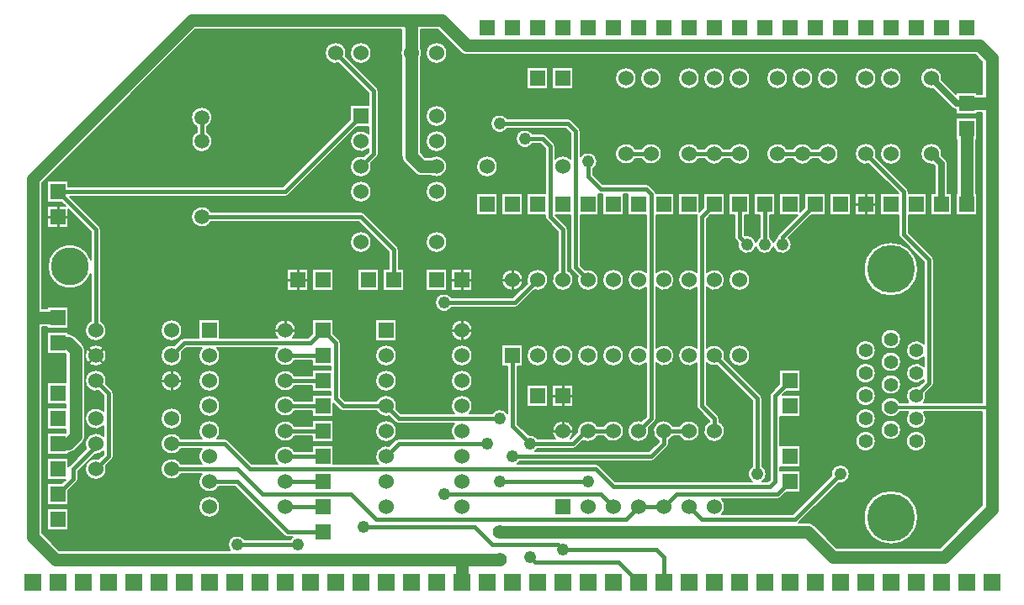
<source format=gbr>
G04 DesignSpark PCB Gerber Version 10.0 Build 5299*
G04 #@! TF.Part,Single*
G04 #@! TF.FileFunction,Copper,L2,Bot*
G04 #@! TF.FilePolarity,Positive*
%FSLAX35Y35*%
%MOIN*%
G04 #@! TA.AperFunction,ComponentPad*
%ADD17R,0.06000X0.06000*%
%ADD70R,0.06500X0.06500*%
G04 #@! TD.AperFunction*
%ADD10C,0.00500*%
%ADD11C,0.01000*%
%ADD104C,0.01400*%
%ADD14C,0.01500*%
%ADD105C,0.02500*%
G04 #@! TA.AperFunction,ViaPad*
%ADD15C,0.04800*%
G04 #@! TD.AperFunction*
%ADD12C,0.05000*%
G04 #@! TA.AperFunction,ComponentPad*
%ADD97C,0.05512*%
G04 #@! TA.AperFunction,ViaPad*
%ADD13C,0.05600*%
G04 #@! TA.AperFunction,ComponentPad*
%ADD99C,0.05906*%
%ADD16C,0.06000*%
G04 #@! TA.AperFunction,WasherPad*
%ADD96C,0.15000*%
G04 #@! TA.AperFunction,ComponentPad*
%ADD98C,0.18898*%
G04 #@! TD.AperFunction*
X0Y0D02*
D02*
D10*
X53000Y121500D02*
Y39803D01*
X59803Y33000D01*
X127376D01*
G75*
G02*
X126600Y35250I2874J2250D01*
G01*
G75*
G02*
X133303Y37250I3650J0D01*
G01*
X151197D01*
G75*
G02*
X152171Y38250I3053J-2000D01*
G01*
X150250D01*
G75*
G02*
X148834Y38837I0J2000D01*
G01*
X129422Y58250D01*
X123000D01*
G75*
G02*
X115000Y60250I-3750J2000D01*
G01*
G75*
G02*
X116240Y63250I4250J0D01*
G01*
X108000D01*
G75*
G02*
X100000Y65250I-3750J2000D01*
G01*
G75*
G02*
X108000Y67250I4250J0D01*
G01*
X116240D01*
G75*
G02*
Y73250I3010J3000D01*
G01*
X108000D01*
G75*
G02*
X100000Y75250I-3750J2000D01*
G01*
G75*
G02*
X108000Y77250I4250J0D01*
G01*
X116240D01*
G75*
G02*
X115000Y80250I3010J3000D01*
G01*
G75*
G02*
X123500I4250J0D01*
G01*
G75*
G02*
X122260Y77250I-4250J0D01*
G01*
X125250D01*
G75*
G02*
X126666Y76663I0J-2000D01*
G01*
X136078Y67250D01*
X146240D01*
G75*
G02*
X145000Y70250I3010J3000D01*
G01*
G75*
G02*
X153000Y72250I4250J0D01*
G01*
X160000D01*
Y74500D01*
X168500D01*
Y67250D01*
X186240D01*
G75*
G02*
X190487Y74316I3010J3000D01*
G01*
X192834Y76663D01*
G75*
G02*
X194250Y77250I1416J-1413D01*
G01*
X216240D01*
G75*
G02*
Y83250I3010J3000D01*
G01*
X194250D01*
G75*
G02*
X192834Y83837I0J2000D01*
G01*
X190487Y86184D01*
G75*
G02*
X185500Y88250I-1237J4066D01*
G01*
X172250D01*
G75*
G02*
X170834Y88837I0J2000D01*
G01*
X168500Y91172D01*
Y86000D01*
X160000D01*
Y88250D01*
X153000D01*
G75*
G02*
X145000Y90250I-3750J2000D01*
G01*
G75*
G02*
X153000Y92250I4250J0D01*
G01*
X160000D01*
Y94500D01*
X167250D01*
Y96000D01*
X160000D01*
Y98250D01*
X153000D01*
G75*
G02*
X145000Y100250I-3750J2000D01*
G01*
G75*
G02*
X153000Y102250I4250J0D01*
G01*
X160000D01*
Y104500D01*
X167250D01*
Y106000D01*
X160000D01*
Y108250D01*
X153000D01*
G75*
G02*
X145000Y110250I-3750J2000D01*
G01*
G75*
G02*
X146240Y113250I4250J0D01*
G01*
X122260D01*
G75*
G02*
X123500Y110250I-3010J-3000D01*
G01*
G75*
G02*
X115000I-4250J0D01*
G01*
G75*
G02*
X116240Y113250I4250J0D01*
G01*
X110078D01*
X108316Y111487D01*
G75*
G02*
X108500Y110250I-4066J-1238D01*
G01*
G75*
G02*
X100000I-4250J0D01*
G01*
G75*
G02*
X105487Y114316I4250J0D01*
G01*
X107834Y116663D01*
G75*
G02*
X109250Y117250I1416J-1413D01*
G01*
X115000D01*
Y124500D01*
X123500D01*
Y117250D01*
X146240D01*
G75*
G02*
X145000Y120250I3010J3000D01*
G01*
G75*
G02*
X153500I4250J0D01*
G01*
G75*
G02*
X152260Y117250I-4250J0D01*
G01*
X158422D01*
X160000Y118828D01*
Y124500D01*
X168500D01*
Y118828D01*
X170663Y116666D01*
G75*
G02*
X171250Y115250I-1413J-1416D01*
G01*
Y94078D01*
X173078Y92250D01*
X185500D01*
G75*
G02*
X193316Y89013I3750J-2000D01*
G01*
X195078Y87250D01*
X216240D01*
G75*
G02*
X215000Y90250I3010J3000D01*
G01*
G75*
G02*
X223500I4250J0D01*
G01*
G75*
G02*
X222260Y87250I-4250J0D01*
G01*
X231197D01*
G75*
G02*
X237250Y87329I3053J-2000D01*
G01*
Y106000D01*
X235000D01*
Y114500D01*
X243500D01*
Y106000D01*
X241250D01*
Y83078D01*
X245505Y78823D01*
G75*
G02*
X249303Y77250I745J-3573D01*
G01*
X256240D01*
G75*
G02*
X259250Y84500I3010J3000D01*
G01*
G75*
G02*
X262260Y77250I0J-4250D01*
G01*
X262422D01*
X265019Y79848D01*
G75*
G02*
X265000Y80250I4230J404D01*
G01*
G75*
G02*
X273000Y82250I4250J0D01*
G01*
X275500D01*
G75*
G02*
X283500Y80250I3750J-2000D01*
G01*
G75*
G02*
X275500Y78250I-4250J0D01*
G01*
X273000D01*
G75*
G02*
X267302Y76473I-3750J2000D01*
G01*
X264666Y73837D01*
G75*
G02*
X263250Y73250I-1416J1413D01*
G01*
X249303D01*
G75*
G02*
X248329Y72250I-3053J2000D01*
G01*
X293422D01*
X297250Y76078D01*
Y76500D01*
G75*
G02*
X299250Y84500I2000J3750D01*
G01*
G75*
G02*
X303000Y82250I0J-4250D01*
G01*
X305500D01*
G75*
G02*
X313500Y80250I3750J-2000D01*
G01*
G75*
G02*
X305500Y78250I-4250J0D01*
G01*
X303000D01*
G75*
G02*
X301250Y76500I-3750J2000D01*
G01*
Y75250D01*
G75*
G02*
X300663Y73834I-2000J0D01*
G01*
X295666Y68837D01*
G75*
G02*
X294250Y68250I-1416J1413D01*
G01*
X242303D01*
G75*
G02*
X241329Y67250I-3053J2000D01*
G01*
X272250D01*
G75*
G02*
X273666Y66663I0J-2000D01*
G01*
X280078Y60250D01*
X334171D01*
G75*
G02*
X334250Y66303I2079J3000D01*
G01*
Y92422D01*
X320487Y106184D01*
G75*
G02*
X316250Y107240I-1237J4066D01*
G01*
Y91078D01*
X320663Y86666D01*
G75*
G02*
X321250Y85250I-1413J-1416D01*
G01*
Y84000D01*
G75*
G02*
X319250Y76000I-2000J-3750D01*
G01*
G75*
G02*
X317250Y84000I0J4250D01*
G01*
Y84422D01*
X312837Y88834D01*
G75*
G02*
X312250Y90250I1413J1416D01*
G01*
Y107240D01*
G75*
G02*
X305000Y110250I-3000J3010D01*
G01*
G75*
G02*
X312250Y113260I4250J0D01*
G01*
Y137240D01*
G75*
G02*
X305000Y140250I-3000J3010D01*
G01*
G75*
G02*
X312250Y143260I4250J0D01*
G01*
Y165250D01*
G75*
G02*
X312396Y166000I2000J0D01*
G01*
X305000D01*
Y174500D01*
X313500D01*
Y167328D01*
X315000Y168828D01*
Y174500D01*
X323500D01*
Y166000D01*
X317828D01*
X316250Y164422D01*
Y143260D01*
G75*
G02*
X323500Y140250I3000J-3010D01*
G01*
G75*
G02*
X316250Y137240I-4250J0D01*
G01*
Y113260D01*
G75*
G02*
X323316Y109013I3000J-3010D01*
G01*
X337663Y94666D01*
G75*
G02*
X338250Y93250I-1413J-1416D01*
G01*
Y66303D01*
G75*
G02*
X338329Y60250I-2000J-3053D01*
G01*
X340422D01*
X341250Y61078D01*
Y94250D01*
G75*
G02*
X341837Y95666I2000J0D01*
G01*
X345000Y98828D01*
Y104500D01*
X353500D01*
Y96000D01*
X347828D01*
X346328Y94500D01*
X353500D01*
Y86000D01*
X345250D01*
Y74500D01*
X353500D01*
Y66000D01*
X345250D01*
Y64500D01*
X353500D01*
Y56000D01*
X347828D01*
X345666Y53837D01*
G75*
G02*
X344250Y53250I-1416J1413D01*
G01*
X322260D01*
G75*
G02*
Y47250I-3010J-3000D01*
G01*
X350422D01*
X365677Y62505D01*
G75*
G02*
X365600Y63250I3574J745D01*
G01*
G75*
G02*
X372900I3650J0D01*
G01*
G75*
G02*
X368505Y59677I-3650J0D01*
G01*
X352828Y44000D01*
X356250D01*
G75*
G02*
X358904Y42900I0J-3750D01*
G01*
X367803Y34000D01*
X408697D01*
X425500Y50803D01*
Y87808D01*
X402343D01*
G75*
G02*
X403256Y85262I-3093J-2546D01*
G01*
G75*
G02*
X395244I-4006J0D01*
G01*
G75*
G02*
X396157Y87808I4006J0D01*
G01*
X392749D01*
G75*
G02*
X385244Y89758I-3499J1950D01*
G01*
G75*
G02*
X392749Y91708I4006J0D01*
G01*
X396161D01*
G75*
G02*
X400290Y98126I3089J2550D01*
G01*
X402250Y100086D01*
Y100599D01*
G75*
G02*
X395244Y103254I-3000J2655D01*
G01*
G75*
G02*
X402250Y105909I4006J0D01*
G01*
Y109595D01*
G75*
G02*
X395244Y112250I-3000J2655D01*
G01*
G75*
G02*
X402250Y114905I4006J0D01*
G01*
Y147422D01*
X392837Y156834D01*
G75*
G02*
X392250Y158250I1413J1416D01*
G01*
Y166000D01*
X385000D01*
Y174500D01*
X392172D01*
X380487Y186184D01*
G75*
G02*
X375000Y190250I-1237J4066D01*
G01*
G75*
G02*
X383500I4250J0D01*
G01*
G75*
G02*
X383316Y189013I-4250J0D01*
G01*
X395663Y176666D01*
G75*
G02*
X396250Y175250I-1413J-1416D01*
G01*
Y174500D01*
X403500D01*
Y166000D01*
X396250D01*
Y159078D01*
X405663Y149666D01*
G75*
G02*
X406250Y148250I-1413J-1416D01*
G01*
Y99258D01*
G75*
G02*
X405663Y97842I-2000J0D01*
G01*
X403119Y95298D01*
G75*
G02*
X402339Y91708I-3869J-1040D01*
G01*
X425500D01*
Y206500D01*
X423500D01*
Y206000D01*
X415000D01*
Y207763D01*
G75*
G02*
X413482Y208482I250J2487D01*
G01*
X405913Y216052D01*
G75*
G02*
X405250Y216000I-663J4199D01*
G01*
G75*
G02*
Y224500I0J4250D01*
G01*
G75*
G02*
X409500Y220250I0J-4250D01*
G01*
G75*
G02*
X409448Y219587I-4251J0D01*
G01*
X415000Y214035D01*
Y214500D01*
X423500D01*
Y214000D01*
X425500D01*
Y226697D01*
X422697Y229500D01*
X221250D01*
G75*
G02*
X218596Y230600I0J3750D01*
G01*
X209697Y239500D01*
X203000D01*
Y232250D01*
G75*
G02*
Y228250I-3750J-2000D01*
G01*
Y190803D01*
X204803Y189000D01*
X207250D01*
G75*
G02*
X213500Y185250I2000J-3750D01*
G01*
G75*
G02*
X207250Y181500I-4250J0D01*
G01*
X203250D01*
G75*
G02*
X200596Y182600I0J3750D01*
G01*
X196600Y186596D01*
G75*
G02*
X195500Y189250I2650J2654D01*
G01*
Y228250D01*
G75*
G02*
Y232250I3750J2000D01*
G01*
Y239500D01*
X113803D01*
X53000Y178697D01*
Y129000D01*
X55000D01*
Y129500D01*
X63500D01*
Y121000D01*
X55000D01*
Y121500D01*
X53000D01*
X225000Y174500D02*
X233500D01*
Y166000D01*
X225000D01*
Y174500D01*
Y185250D02*
G75*
G02*
X233500I4250J0D01*
G01*
G75*
G02*
X225000I-4250J0D01*
G01*
X296234Y174500D02*
X303500D01*
Y166000D01*
X296250D01*
Y143260D01*
G75*
G02*
X303500Y140250I3000J-3010D01*
G01*
G75*
G02*
X296250Y137240I-4250J0D01*
G01*
Y113260D01*
G75*
G02*
X303500Y110250I3000J-3010D01*
G01*
G75*
G02*
X296250Y107240I-4250J0D01*
G01*
Y85250D01*
G75*
G02*
X295663Y83834I-2000J0D01*
G01*
X293316Y81487D01*
G75*
G02*
X289250Y76000I-4066J-1237D01*
G01*
G75*
G02*
Y84500I0J4250D01*
G01*
G75*
G02*
X290487Y84316I0J-4250D01*
G01*
X292250Y86078D01*
Y107240D01*
G75*
G02*
X285000Y110250I-3000J3010D01*
G01*
G75*
G02*
X292250Y113260I4250J0D01*
G01*
Y137240D01*
G75*
G02*
X285000Y140250I-3000J3010D01*
G01*
G75*
G02*
X292250Y143260I4250J0D01*
G01*
Y166000D01*
X285000D01*
Y174250D01*
X283500D01*
Y166000D01*
X275000D01*
Y174250D01*
X274250D01*
G75*
G02*
X273500Y174396I0J2000D01*
G01*
Y166000D01*
X266250D01*
Y146078D01*
X268013Y144316D01*
G75*
G02*
X273500Y140250I1237J-4066D01*
G01*
G75*
G02*
X265000I-4250J0D01*
G01*
G75*
G02*
X265184Y141487I4250J0D01*
G01*
X262837Y143834D01*
G75*
G02*
X262250Y145250I1413J1416D01*
G01*
Y166000D01*
X256328D01*
X260663Y161666D01*
G75*
G02*
X261250Y160250I-1413J-1416D01*
G01*
Y144000D01*
G75*
G02*
X259250Y136000I-2000J-3750D01*
G01*
G75*
G02*
X257250Y144000I0J4250D01*
G01*
Y159422D01*
X252837Y163834D01*
G75*
G02*
X252250Y165250I1413J1416D01*
G01*
Y166000D01*
X245000D01*
Y174500D01*
X252250D01*
Y192422D01*
X250422Y194250D01*
X247303D01*
G75*
G02*
X240600Y196250I-3053J2000D01*
G01*
G75*
G02*
X247303Y198250I3650J0D01*
G01*
X251250D01*
G75*
G02*
X252666Y197663I0J-2000D01*
G01*
X255663Y194666D01*
G75*
G02*
X256250Y193250I-1413J-1416D01*
G01*
Y188260D01*
G75*
G02*
X262250I3000J-3011D01*
G01*
Y198422D01*
X260422Y200250D01*
X237303D01*
G75*
G02*
X230600Y202250I-3053J2000D01*
G01*
G75*
G02*
X237303Y204250I3650J0D01*
G01*
X261250D01*
G75*
G02*
X262666Y203663I0J-2000D01*
G01*
X265663Y200666D01*
G75*
G02*
X266250Y199250I-1413J-1416D01*
G01*
Y189329D01*
G75*
G02*
X272900Y187250I3000J-2079D01*
G01*
G75*
G02*
X271250Y184197I-3650J0D01*
G01*
Y182078D01*
X275078Y178250D01*
X292250D01*
G75*
G02*
X293666Y177663I0J-2000D01*
G01*
X295663Y175666D01*
G75*
G02*
X296234Y174500I-1413J-1416D01*
G01*
X275000Y110250D02*
G75*
G02*
X283500I4250J0D01*
G01*
G75*
G02*
X275000I-4250J0D01*
G01*
Y140250D02*
G75*
G02*
X283500I4250J0D01*
G01*
G75*
G02*
X275000I-4250J0D01*
G01*
X265000Y110250D02*
G75*
G02*
X273500I4250J0D01*
G01*
G75*
G02*
X265000I-4250J0D01*
G01*
X255000Y98500D02*
X263500D01*
Y90000D01*
X255000D01*
Y98500D01*
Y110250D02*
G75*
G02*
X263500I4250J0D01*
G01*
G75*
G02*
X255000I-4250J0D01*
G01*
X245000Y140250D02*
G75*
G02*
X253500I4250J0D01*
G01*
G75*
G02*
X248013Y136184I-4250J0D01*
G01*
X241666Y129837D01*
G75*
G02*
X240250Y129250I-1416J1413D01*
G01*
X215303D01*
G75*
G02*
X208600Y131250I-3053J2000D01*
G01*
G75*
G02*
X215303Y133250I3650J0D01*
G01*
X239422D01*
X245184Y139013D01*
G75*
G02*
X245000Y140250I4066J1238D01*
G01*
Y98500D02*
X253500D01*
Y90000D01*
X245000D01*
Y98500D01*
Y110250D02*
G75*
G02*
X253500I4250J0D01*
G01*
G75*
G02*
X245000I-4250J0D01*
G01*
X215000Y100250D02*
G75*
G02*
X223500I4250J0D01*
G01*
G75*
G02*
X215000I-4250J0D01*
G01*
Y110250D02*
G75*
G02*
X223500I4250J0D01*
G01*
G75*
G02*
X215000I-4250J0D01*
G01*
Y120250D02*
G75*
G02*
X223500I4250J0D01*
G01*
G75*
G02*
X215000I-4250J0D01*
G01*
X235000Y140250D02*
G75*
G02*
X243500I4250J0D01*
G01*
G75*
G02*
X235000I-4250J0D01*
G01*
Y174500D02*
X243500D01*
Y166000D01*
X235000D01*
Y174500D01*
X245000Y224500D02*
X253500D01*
Y216000D01*
X245000D01*
Y224500D01*
X255000D02*
X263500D01*
Y216000D01*
X255000D01*
Y224500D01*
X290500Y192250D02*
G75*
G02*
X298500Y190250I3750J-2000D01*
G01*
G75*
G02*
X290500Y188250I-4250J0D01*
G01*
X288000D01*
G75*
G02*
X280000Y190250I-3750J2000D01*
G01*
G75*
G02*
X288000Y192250I4250J0D01*
G01*
X290500D01*
X280000Y220250D02*
G75*
G02*
X288500I4250J0D01*
G01*
G75*
G02*
X280000I-4250J0D01*
G01*
X290000D02*
G75*
G02*
X298500I4250J0D01*
G01*
G75*
G02*
X290000I-4250J0D01*
G01*
X329250Y194500D02*
G75*
G02*
Y186000I0J-4250D01*
G01*
G75*
G02*
X325500Y188250I0J4250D01*
G01*
X323000D01*
G75*
G02*
X315500I-3750J2000D01*
G01*
X313000D01*
G75*
G02*
X305000Y190250I-3750J2000D01*
G01*
G75*
G02*
X313000Y192250I4250J0D01*
G01*
X315500D01*
G75*
G02*
X323000I3750J-2000D01*
G01*
X325500D01*
G75*
G02*
X329250Y194500I3750J-2000D01*
G01*
X325000Y110250D02*
G75*
G02*
X333500I4250J0D01*
G01*
G75*
G02*
X325000I-4250J0D01*
G01*
Y140250D02*
G75*
G02*
X333500I4250J0D01*
G01*
G75*
G02*
X325000I-4250J0D01*
G01*
X355000Y174500D02*
X363500D01*
Y166000D01*
X357828D01*
X348744Y156915D01*
G75*
G02*
X349900Y154250I-2494J-2665D01*
G01*
G75*
G02*
X342750Y153215I-3650J0D01*
G01*
G75*
G02*
X335750I-3500J1035D01*
G01*
G75*
G02*
X328677Y154995I-3500J1035D01*
G01*
X327837Y155834D01*
G75*
G02*
X327250Y157250I1413J1416D01*
G01*
Y166000D01*
X325000D01*
Y174500D01*
X333500D01*
Y166000D01*
X331250D01*
Y158078D01*
X331505Y157823D01*
G75*
G02*
X335750Y155285I745J-3573D01*
G01*
G75*
G02*
X337250Y157303I3500J-1036D01*
G01*
Y166000D01*
X335000D01*
Y174500D01*
X343500D01*
Y166000D01*
X341250D01*
Y157303D01*
G75*
G02*
X342750Y155285I-2000J-3054D01*
G01*
G75*
G02*
X344251Y157304I3500J-1035D01*
G01*
G75*
G02*
X344837Y158666I1999J-54D01*
G01*
X352172Y166000D01*
X345000D01*
Y174500D01*
X353500D01*
Y167328D01*
X355000Y168828D01*
Y174500D01*
X305000Y220250D02*
G75*
G02*
X313500I4250J0D01*
G01*
G75*
G02*
X305000I-4250J0D01*
G01*
X315000D02*
G75*
G02*
X323500I4250J0D01*
G01*
G75*
G02*
X315000I-4250J0D01*
G01*
X325000D02*
G75*
G02*
X333500I4250J0D01*
G01*
G75*
G02*
X325000I-4250J0D01*
G01*
X364250Y194500D02*
G75*
G02*
Y186000I0J-4250D01*
G01*
G75*
G02*
X360500Y188250I0J4250D01*
G01*
X358000D01*
G75*
G02*
X350500I-3750J2000D01*
G01*
X348000D01*
G75*
G02*
X340000Y190250I-3750J2000D01*
G01*
G75*
G02*
X348000Y192250I4250J0D01*
G01*
X350500D01*
G75*
G02*
X358000I3750J-2000D01*
G01*
X360500D01*
G75*
G02*
X364250Y194500I3750J-2000D01*
G01*
X365000Y174500D02*
X373500D01*
Y166000D01*
X365000D01*
Y174500D01*
X340000Y220250D02*
G75*
G02*
X348500I4250J0D01*
G01*
G75*
G02*
X340000I-4250J0D01*
G01*
X350000D02*
G75*
G02*
X358500I4250J0D01*
G01*
G75*
G02*
X350000I-4250J0D01*
G01*
X360000D02*
G75*
G02*
X368500I4250J0D01*
G01*
G75*
G02*
X360000I-4250J0D01*
G01*
X375000Y174500D02*
X383500D01*
Y166000D01*
X375000D01*
Y174500D01*
X375244Y76266D02*
G75*
G02*
X383256I4006J0D01*
G01*
G75*
G02*
X375244I-4006J0D01*
G01*
X378551Y46030D02*
G75*
G02*
X399949I10699J0D01*
G01*
G75*
G02*
X378551I-10699J0D01*
G01*
X375244Y85262D02*
G75*
G02*
X383256I4006J0D01*
G01*
G75*
G02*
X375244I-4006J0D01*
G01*
Y94258D02*
G75*
G02*
X383256I4006J0D01*
G01*
G75*
G02*
X375244I-4006J0D01*
G01*
Y103254D02*
G75*
G02*
X383256I4006J0D01*
G01*
G75*
G02*
X375244I-4006J0D01*
G01*
Y112250D02*
G75*
G02*
X383256I4006J0D01*
G01*
G75*
G02*
X375244I-4006J0D01*
G01*
X378551Y144494D02*
G75*
G02*
X399949I10699J0D01*
G01*
G75*
G02*
X378551I-10699J0D01*
G01*
X385244Y80762D02*
G75*
G02*
X393256I4006J0D01*
G01*
G75*
G02*
X385244I-4006J0D01*
G01*
Y98754D02*
G75*
G02*
X393256I4006J0D01*
G01*
G75*
G02*
X385244I-4006J0D01*
G01*
Y107750D02*
G75*
G02*
X393256I4006J0D01*
G01*
G75*
G02*
X385244I-4006J0D01*
G01*
Y116746D02*
G75*
G02*
X393256I4006J0D01*
G01*
G75*
G02*
X385244I-4006J0D01*
G01*
X375000Y220250D02*
G75*
G02*
X383500I4250J0D01*
G01*
G75*
G02*
X375000I-4250J0D01*
G01*
X385000Y190250D02*
G75*
G02*
X393500I4250J0D01*
G01*
G75*
G02*
X385000I-4250J0D01*
G01*
Y220250D02*
G75*
G02*
X393500I4250J0D01*
G01*
G75*
G02*
X385000I-4250J0D01*
G01*
X411750Y174500D02*
X413500D01*
Y166000D01*
X405000D01*
Y174500D01*
X406750D01*
Y185215D01*
X405913Y186052D01*
G75*
G02*
X401000Y190250I-663J4198D01*
G01*
G75*
G02*
X409500I4250J0D01*
G01*
G75*
G02*
X409448Y189587I-4251J0D01*
G01*
X411018Y188018D01*
G75*
G02*
X411750Y186250I-1768J-1768D01*
G01*
Y174500D01*
X215000Y144500D02*
X223500D01*
Y136000D01*
X215000D01*
Y144500D01*
X205000Y195250D02*
G75*
G02*
X213500I4250J0D01*
G01*
G75*
G02*
X205000I-4250J0D01*
G01*
Y205250D02*
G75*
G02*
X213500I4250J0D01*
G01*
G75*
G02*
X205000I-4250J0D01*
G01*
Y230250D02*
G75*
G02*
X213500I4250J0D01*
G01*
G75*
G02*
X205000I-4250J0D01*
G01*
Y144500D02*
X213500D01*
Y136000D01*
X205000D01*
Y144500D01*
Y155250D02*
G75*
G02*
X213500I4250J0D01*
G01*
G75*
G02*
X205000I-4250J0D01*
G01*
Y175250D02*
G75*
G02*
X213500I4250J0D01*
G01*
G75*
G02*
X205000I-4250J0D01*
G01*
X185663Y216666D02*
G75*
G02*
X186250Y215250I-1413J-1416D01*
G01*
Y190250D01*
G75*
G02*
X185663Y188834I-2000J0D01*
G01*
X183316Y186487D01*
G75*
G02*
X183500Y185250I-4066J-1238D01*
G01*
G75*
G02*
X175000I-4250J0D01*
G01*
G75*
G02*
X180487Y189316I4250J0D01*
G01*
X182250Y191078D01*
Y192240D01*
G75*
G02*
X175000Y195250I-3000J3010D01*
G01*
G75*
G02*
X182250Y198260I4250J0D01*
G01*
Y201000D01*
X177828D01*
X150666Y173837D01*
G75*
G02*
X149250Y173250I-1416J1413D01*
G01*
X64078D01*
X75663Y161666D01*
G75*
G02*
X76250Y160250I-1413J-1416D01*
G01*
Y124000D01*
G75*
G02*
X78500Y120250I-2000J-3750D01*
G01*
G75*
G02*
X70000I-4250J0D01*
G01*
G75*
G02*
X72250Y124000I4250J0D01*
G01*
Y142670D01*
G75*
G02*
X55231Y145532I-8269J2861D01*
G01*
G75*
G02*
X72250Y148393I8750J0D01*
G01*
Y159422D01*
X63500Y168172D01*
Y161000D01*
X55000D01*
Y169500D01*
X62172D01*
X60672Y171000D01*
X55000D01*
Y179500D01*
X63500D01*
Y177250D01*
X148422D01*
X175000Y203828D01*
Y209500D01*
X182250D01*
Y214422D01*
X170487Y226184D01*
G75*
G02*
X165000Y230250I-1237J4066D01*
G01*
G75*
G02*
X173500I4250J0D01*
G01*
G75*
G02*
X173316Y229013I-4250J0D01*
G01*
X185663Y216666D01*
X175000Y175250D02*
G75*
G02*
X183500I4250J0D01*
G01*
G75*
G02*
X175000I-4250J0D01*
G01*
X100000Y85250D02*
G75*
G02*
X108500I4250J0D01*
G01*
G75*
G02*
X100000I-4250J0D01*
G01*
Y100250D02*
G75*
G02*
X108500I4250J0D01*
G01*
G75*
G02*
X100000I-4250J0D01*
G01*
Y120250D02*
G75*
G02*
X108500I4250J0D01*
G01*
G75*
G02*
X100000I-4250J0D01*
G01*
X194250Y144500D02*
X196500D01*
Y136000D01*
X188000D01*
Y144500D01*
X190250D01*
Y151422D01*
X178422Y163250D01*
X119946D01*
G75*
G02*
X112047Y165250I-3696J2000D01*
G01*
G75*
G02*
X119946Y167250I4203J0D01*
G01*
X179250D01*
G75*
G02*
X180666Y166663I0J-2000D01*
G01*
X193663Y153666D01*
G75*
G02*
X194250Y152250I-1413J-1416D01*
G01*
Y144500D01*
X150000D02*
X158500D01*
Y136000D01*
X150000D01*
Y144500D01*
X160000D02*
X168500D01*
Y136000D01*
X160000D01*
Y144500D01*
X175000Y155250D02*
G75*
G02*
X183500I4250J0D01*
G01*
G75*
G02*
X175000I-4250J0D01*
G01*
X178000Y144500D02*
X186500D01*
Y136000D01*
X178000D01*
Y144500D01*
X185000Y100250D02*
G75*
G02*
X193500I4250J0D01*
G01*
G75*
G02*
X185000I-4250J0D01*
G01*
Y110250D02*
G75*
G02*
X193500I4250J0D01*
G01*
G75*
G02*
X185000I-4250J0D01*
G01*
Y124500D02*
X193500D01*
Y116000D01*
X185000D01*
Y124500D01*
X175000Y230250D02*
G75*
G02*
X183500I4250J0D01*
G01*
G75*
G02*
X175000I-4250J0D01*
G01*
X112047Y204620D02*
G75*
G02*
X120453I4203J0D01*
G01*
G75*
G02*
X118250Y200924I-4203J0D01*
G01*
Y198868D01*
G75*
G02*
X116250Y190969I-2000J-3696D01*
G01*
G75*
G02*
X114250Y198868I0J4203D01*
G01*
Y200924D01*
G75*
G02*
X112047Y204620I2000J3696D01*
G01*
X55000Y49500D02*
X63500D01*
Y41000D01*
X55000D01*
Y49500D01*
X80663Y96666D02*
G75*
G02*
X81250Y95250I-1413J-1416D01*
G01*
Y70250D01*
G75*
G02*
X80663Y68834I-2000J0D01*
G01*
X78316Y66487D01*
G75*
G02*
X78500Y65250I-4066J-1238D01*
G01*
G75*
G02*
X70000I-4250J0D01*
G01*
G75*
G02*
X75487Y69316I4250J0D01*
G01*
X77250Y71078D01*
Y72240D01*
G75*
G02*
X73848Y71019I-3000J3010D01*
G01*
X67250Y64422D01*
Y61250D01*
G75*
G02*
X66663Y59834I-2000J0D01*
G01*
X63500Y56672D01*
Y51000D01*
X55000D01*
Y59500D01*
X60672D01*
X62172Y61000D01*
X55000D01*
Y69500D01*
X63500D01*
Y66218D01*
G75*
G02*
X63837Y66666I1750J-968D01*
G01*
X70473Y73302D01*
G75*
G02*
X77250Y78260I3777J1948D01*
G01*
Y82240D01*
G75*
G02*
X70000Y85250I-3000J3010D01*
G01*
G75*
G02*
X77250Y88260I4250J0D01*
G01*
Y94422D01*
X75487Y96184D01*
G75*
G02*
X70000Y100250I-1237J4066D01*
G01*
G75*
G02*
X78500I4250J0D01*
G01*
G75*
G02*
X78316Y99013I-4250J0D01*
G01*
X80663Y96666D01*
X68900Y114904D02*
G75*
G02*
X70000Y112250I-2650J-2654D01*
G01*
Y78250D01*
G75*
G02*
X68900Y75596I-3750J0D01*
G01*
X65904Y72600D01*
G75*
G02*
X63500Y71508I-2654J2650D01*
G01*
Y71000D01*
X55000D01*
Y79500D01*
X62197D01*
X62500Y79803D01*
Y81000D01*
X55000D01*
Y89500D01*
X62500D01*
Y91000D01*
X55000D01*
Y99500D01*
X62500D01*
Y110697D01*
X62197Y111000D01*
X55000D01*
Y119500D01*
X63500D01*
Y118992D01*
G75*
G02*
X65904Y117900I-250J-3742D01*
G01*
X68900Y114904D01*
X70000Y110250D02*
G75*
G02*
X78500I4250J0D01*
G01*
G75*
G02*
X70000I-4250J0D01*
G01*
X115000Y50250D02*
G75*
G02*
X123500I4250J0D01*
G01*
G75*
G02*
X115000I-4250J0D01*
G01*
X185000Y80250D02*
G75*
G02*
X193500I4250J0D01*
G01*
G75*
G02*
X185000I-4250J0D01*
G01*
X160000Y84500D02*
X168500D01*
Y76000D01*
X160000D01*
Y78250D01*
X153000D01*
G75*
G02*
X145000Y80250I-3750J2000D01*
G01*
G75*
G02*
X153000Y82250I4250J0D01*
G01*
X160000D01*
Y84500D01*
X115000Y90250D02*
G75*
G02*
X123500I4250J0D01*
G01*
G75*
G02*
X115000I-4250J0D01*
G01*
Y100250D02*
G75*
G02*
X123500I4250J0D01*
G01*
G75*
G02*
X115000I-4250J0D01*
G01*
X395244Y76266D02*
G75*
G02*
X403256I4006J0D01*
G01*
G75*
G02*
X395244I-4006J0D01*
G01*
X415000Y204500D02*
X423500D01*
Y196000D01*
X423000D01*
Y174500D01*
X423500D01*
Y166000D01*
X415000D01*
Y174500D01*
X415500D01*
Y196000D01*
X415000D01*
Y204500D01*
X53250Y46030D02*
G36*
X53250Y46030D02*
Y39553D01*
X59553Y33250D01*
X127197D01*
G75*
G02*
X126600Y35250I3055J2001D01*
G01*
G75*
G02*
X133303Y37250I3650J0D01*
G01*
X151197D01*
G75*
G02*
X152171Y38250I3053J-1999D01*
G01*
X150250D01*
G75*
G02*
X148834Y38837I0J2000D01*
G01*
X141642Y46030D01*
X119750D01*
G75*
G02*
X118750I-500J4220D01*
G01*
X63500D01*
Y41000D01*
X55000D01*
Y46030D01*
X53250D01*
G37*
X354858D02*
G36*
X354858Y46030D02*
X352828Y44000D01*
X356250D01*
G75*
G02*
X358904Y42900I1J-3748D01*
G01*
X367803Y34000D01*
X408697D01*
X420726Y46030D01*
X399949D01*
G75*
G02*
X378551I-10699J0D01*
G01*
X354858D01*
G37*
X53250Y50250D02*
G36*
X53250Y50250D02*
Y46030D01*
X55000D01*
Y49500D01*
X63500D01*
Y46030D01*
X118750D01*
G75*
G02*
X115000Y50250I500J4220D01*
G01*
X53250D01*
G37*
X123500D02*
G36*
X123500Y50250D02*
G75*
G02*
X119750Y46030I-4250J0D01*
G01*
X141642D01*
X137422Y50250D01*
X123500D01*
G37*
X323500D02*
G36*
X323500Y50250D02*
G75*
G02*
X322260Y47250I-4250J0D01*
G01*
X350422D01*
X353422Y50250D01*
X323500D01*
G37*
X359078D02*
G36*
X359078Y50250D02*
X354858Y46030D01*
X378551D01*
G75*
G02*
X379419Y50250I10699J0D01*
G01*
X359078D01*
G37*
X399081D02*
G36*
X399081Y50250D02*
G75*
G02*
X399949Y46030I-9831J-4221D01*
G01*
X420726D01*
X424947Y50250D01*
X399081D01*
G37*
X53250Y76266D02*
G36*
X53250Y76266D02*
Y50250D01*
X115000D01*
G75*
G02*
X123500I4250J0D01*
G01*
X137422D01*
X129422Y58250D01*
X123000D01*
G75*
G02*
X115000Y60250I-3750J2000D01*
G01*
G75*
G02*
X116240Y63250I4250J0D01*
G01*
X108000D01*
G75*
G02*
X100000Y65250I-3750J2000D01*
G01*
G75*
G02*
X108000Y67250I4250J0D01*
G01*
X116240D01*
G75*
G02*
X115000Y70250I3010J3000D01*
G01*
G75*
G02*
X116240Y73250I4250J0D01*
G01*
X108000D01*
G75*
G02*
X100000Y75250I-3750J2000D01*
G01*
G75*
G02*
X100123Y76266I4251J0D01*
G01*
X81250D01*
Y70250D01*
G75*
G02*
X80663Y68834I-2000J0D01*
G01*
X78316Y66487D01*
G75*
G02*
X78500Y65250I-4075J-1239D01*
G01*
G75*
G02*
X70000I-4250J0D01*
G01*
G75*
G02*
X75487Y69316I4250J0D01*
G01*
X77250Y71078D01*
Y72240D01*
G75*
G02*
X73848Y71019I-2999J3009D01*
G01*
X67250Y64422D01*
Y61250D01*
G75*
G02*
X66663Y59834I-2000J0D01*
G01*
X63500Y56672D01*
Y51000D01*
X55000D01*
Y59500D01*
X60672D01*
X62172Y61000D01*
X55000D01*
Y69500D01*
X63500D01*
Y66218D01*
G75*
G02*
X63837Y66666I1732J-955D01*
G01*
X70473Y73302D01*
G75*
G02*
X70000Y75250I3777J1948D01*
G01*
G75*
G02*
X70123Y76266I4250J1D01*
G01*
X69432D01*
G75*
G02*
X68900Y75596I-3180J1983D01*
G01*
X65904Y72600D01*
G75*
G02*
X63500Y71508I-2654J2651D01*
G01*
Y71000D01*
X55000D01*
Y76266D01*
X53250D01*
G37*
X127063D02*
G36*
X127063Y76266D02*
X136078Y67250D01*
X146240D01*
G75*
G02*
X145000Y70250I3010J3000D01*
G01*
G75*
G02*
X153000Y72250I4250J0D01*
G01*
X160000D01*
Y74500D01*
X168500D01*
Y67250D01*
X186240D01*
G75*
G02*
X185000Y70250I3010J3000D01*
G01*
G75*
G02*
X190487Y74316I4250J0D01*
G01*
X192437Y76266D01*
X190729D01*
G75*
G02*
X187771I-1479J3984D01*
G01*
X168500D01*
Y76000D01*
X160000D01*
Y76266D01*
X150730D01*
G75*
G02*
X147770I-1480J3984D01*
G01*
X127063D01*
G37*
X242303Y68250D02*
G36*
X242303Y68250D02*
G75*
G02*
X241329Y67250I-3053J1999D01*
G01*
X272250D01*
G75*
G02*
X273666Y66663I0J-2000D01*
G01*
X280078Y60250D01*
X334171D01*
G75*
G02*
X332600Y63250I2079J3000D01*
G01*
G75*
G02*
X334250Y66303I3650J0D01*
G01*
Y76266D01*
X320730D01*
G75*
G02*
X319250Y76000I-1480J3985D01*
G01*
G75*
G02*
X317770Y76266I0J4250D01*
G01*
X310730D01*
G75*
G02*
X307770I-1480J3984D01*
G01*
X301250D01*
Y75250D01*
G75*
G02*
X300663Y73834I-2000J0D01*
G01*
X295666Y68837D01*
G75*
G02*
X294250Y68250I-1416J1413D01*
G01*
X242303D01*
G37*
X249303Y73250D02*
G36*
X249303Y73250D02*
G75*
G02*
X248329Y72250I-3053J1999D01*
G01*
X293422D01*
X297250Y76078D01*
Y76266D01*
X290729D01*
G75*
G02*
X289250Y76000I-1480J3985D01*
G01*
G75*
G02*
X287771Y76266I0J4250D01*
G01*
X280730D01*
G75*
G02*
X277770I-1480J3984D01*
G01*
X270730D01*
G75*
G02*
X267770I-1480J3983D01*
G01*
X267094D01*
X264666Y73837D01*
G75*
G02*
X263250Y73250I-1416J1413D01*
G01*
X249303D01*
G37*
X322260Y53250D02*
G36*
X322260Y53250D02*
G75*
G02*
X323500Y50250I-3010J-3000D01*
G01*
X353422D01*
X365677Y62505D01*
G75*
G02*
X365600Y63250I3585J746D01*
G01*
G75*
G02*
X372900I3650J0D01*
G01*
G75*
G02*
X368505Y59677I-3650J0D01*
G01*
X359078Y50250D01*
X379419D01*
G75*
G02*
X399081I9831J-4220D01*
G01*
X424947D01*
X425250Y50553D01*
Y76266D01*
X403256D01*
G75*
G02*
X395244I-4006J0D01*
G01*
X383256D01*
G75*
G02*
X375244I-4006J0D01*
G01*
X345250D01*
Y74500D01*
X353500D01*
Y66000D01*
X345250D01*
Y64500D01*
X353500D01*
Y56000D01*
X347828D01*
X345666Y53837D01*
G75*
G02*
X344250Y53250I-1416J1413D01*
G01*
X322260D01*
G37*
X338250Y76266D02*
G36*
X338250Y76266D02*
Y66303D01*
G75*
G02*
X339900Y63250I-2000J-3053D01*
G01*
G75*
G02*
X338329Y60250I-3650J0D01*
G01*
X340422D01*
X341250Y61078D01*
Y76266D01*
X338250D01*
G37*
X53250Y80762D02*
G36*
X53250Y80762D02*
Y76266D01*
X55000D01*
Y79500D01*
X62197D01*
X62500Y79803D01*
Y80762D01*
X53250D01*
G37*
X70000D02*
G36*
X70000Y80762D02*
Y78250D01*
G75*
G02*
Y78249I-5013J0D01*
G01*
G75*
G02*
X69432Y76266I-3748J0D01*
G01*
X70123D01*
G75*
G02*
X77250Y78260I4127J-1016D01*
G01*
Y80762D01*
X70000D01*
G37*
X81250D02*
G36*
X81250Y80762D02*
Y76266D01*
X100123D01*
G75*
G02*
X108000Y77250I4127J-1016D01*
G01*
X116240D01*
G75*
G02*
X115000Y80250I3010J3000D01*
G01*
G75*
G02*
X115031Y80762I4250J-2D01*
G01*
X81250D01*
G37*
X123469D02*
G36*
X123469Y80762D02*
G75*
G02*
X123500Y80250I-4219J-513D01*
G01*
G75*
G02*
X122260Y77250I-4250J0D01*
G01*
X125250D01*
G75*
G02*
X126666Y76663I0J-2000D01*
G01*
X127063Y76266D01*
X147770D01*
G75*
G02*
X145000Y80250I1480J3984D01*
G01*
G75*
G02*
X145031Y80762I4252J-2D01*
G01*
X123469D01*
G37*
X153000Y78250D02*
G36*
X153000Y78250D02*
G75*
G02*
X150730Y76266I-3750J2000D01*
G01*
X160000D01*
Y78250D01*
X153000D01*
G37*
X168500Y80762D02*
G36*
X168500Y80762D02*
Y76266D01*
X187771D01*
G75*
G02*
X185000Y80250I1479J3984D01*
G01*
G75*
G02*
X185031Y80762I4250J-2D01*
G01*
X168500D01*
G37*
X190729Y76266D02*
G36*
X190729Y76266D02*
X192437D01*
X192834Y76663D01*
G75*
G02*
X194250Y77250I1416J-1413D01*
G01*
X216240D01*
G75*
G02*
X215000Y80250I3010J3000D01*
G01*
G75*
G02*
X215031Y80762I4250J-2D01*
G01*
X193469D01*
G75*
G02*
X193500Y80250I-4219J-513D01*
G01*
G75*
G02*
X190729Y76266I-4250J0D01*
G01*
G37*
X243567Y80762D02*
G36*
X243567Y80762D02*
X245505Y78823D01*
G75*
G02*
X249303Y77250I744J-3574D01*
G01*
X256240D01*
G75*
G02*
X255000Y80250I3010J3000D01*
G01*
G75*
G02*
X255031Y80762I4252J2D01*
G01*
X243567D01*
G37*
X262260Y77250D02*
G36*
X262260Y77250D02*
X262422D01*
X265019Y79848D01*
G75*
G02*
X265000Y80246I4096J398D01*
G01*
G75*
G02*
Y80250I4068J2D01*
G01*
G75*
G02*
X265031Y80762I4252J-2D01*
G01*
X263469D01*
G75*
G02*
X263500Y80250I-4221J-510D01*
G01*
G75*
G02*
X262260Y77250I-4250J0D01*
G01*
G37*
X267302Y76473D02*
G36*
X267302Y76473D02*
X267094Y76266D01*
X267770D01*
G75*
G02*
X267302Y76473I1480J3985D01*
G01*
G37*
X273000Y78250D02*
G36*
X273000Y78250D02*
G75*
G02*
X270730Y76266I-3750J2000D01*
G01*
X277770D01*
G75*
G02*
X275500Y78250I1480J3984D01*
G01*
X273000D01*
G37*
X283500Y80250D02*
G36*
X283500Y80250D02*
G75*
G02*
X280730Y76266I-4250J0D01*
G01*
X287771D01*
G75*
G02*
X285000Y80250I1479J3984D01*
G01*
G75*
G02*
X285031Y80762I4250J-2D01*
G01*
X283469D01*
G75*
G02*
X283500Y80250I-4220J-513D01*
G01*
G37*
X293500Y80250D02*
G36*
X293500Y80250D02*
G75*
G02*
X290729Y76266I-4250J0D01*
G01*
X297250D01*
Y76500D01*
G75*
G02*
X295000Y80250I2000J3750D01*
G01*
G75*
G02*
X295031Y80762I4250J2D01*
G01*
X293469D01*
G75*
G02*
X293500Y80250I-4219J-510D01*
G01*
G37*
X301250Y76500D02*
G36*
X301250Y76500D02*
Y76266D01*
X307770D01*
G75*
G02*
X305500Y78250I1480J3984D01*
G01*
X303000D01*
G75*
G02*
X301250Y76500I-3752J2002D01*
G01*
G37*
X313500Y80250D02*
G36*
X313500Y80250D02*
G75*
G02*
X310730Y76266I-4250J0D01*
G01*
X317770D01*
G75*
G02*
X315000Y80250I1480J3984D01*
G01*
G75*
G02*
X315031Y80762I4250J2D01*
G01*
X313469D01*
G75*
G02*
X313500Y80250I-4220J-513D01*
G01*
G37*
X323500D02*
G36*
X323500Y80250D02*
G75*
G02*
X320730Y76266I-4250J0D01*
G01*
X334250D01*
Y80762D01*
X323469D01*
G75*
G02*
X323500Y80250I-4219J-510D01*
G01*
G37*
X338250Y80762D02*
G36*
X338250Y80762D02*
Y76266D01*
X341250D01*
Y80762D01*
X338250D01*
G37*
X345250D02*
G36*
X345250Y80762D02*
Y76266D01*
X375244D01*
G75*
G02*
X383256I4006J0D01*
G01*
X395244D01*
G75*
G02*
X403256I4006J0D01*
G01*
X425250D01*
Y80762D01*
X393256D01*
G75*
G02*
X385244I-4006J0D01*
G01*
X345250D01*
G37*
X53250Y85262D02*
G36*
X53250Y85262D02*
Y80762D01*
X62500D01*
Y81000D01*
X55000D01*
Y85262D01*
X53250D01*
G37*
X70000Y85250D02*
G36*
X70000Y85250D02*
Y80762D01*
X77250D01*
Y82240D01*
G75*
G02*
X70000Y85250I-3000J3011D01*
G01*
G75*
G02*
Y85262I4256J6D01*
G01*
Y85250D01*
G37*
X81250Y85262D02*
G36*
X81250Y85262D02*
Y80762D01*
X115031D01*
G75*
G02*
X123469I4219J-512D01*
G01*
X145031D01*
G75*
G02*
X153000Y82250I4219J-512D01*
G01*
X160000D01*
Y84500D01*
X168500D01*
Y80762D01*
X185031D01*
G75*
G02*
X193469I4219J-512D01*
G01*
X215031D01*
G75*
G02*
X216240Y83250I4219J-511D01*
G01*
X194250D01*
G75*
G02*
X192834Y83837I0J2000D01*
G01*
X191410Y85262D01*
X108500D01*
G75*
G02*
Y85250I-4256J-6D01*
G01*
G75*
G02*
X100000I-4250J0D01*
G01*
G75*
G02*
Y85262I4256J6D01*
G01*
X81250D01*
G37*
X241250D02*
G36*
X241250Y85262D02*
Y83078D01*
X243567Y80762D01*
X255031D01*
G75*
G02*
X259250Y84500I4219J-512D01*
G01*
G75*
G02*
X263469Y80762I0J-4250D01*
G01*
X265031D01*
G75*
G02*
X273000Y82250I4219J-512D01*
G01*
X275500D01*
G75*
G02*
X283469Y80762I3750J-2000D01*
G01*
X285031D01*
G75*
G02*
X289250Y84500I4219J-512D01*
G01*
G75*
G02*
X290487Y84316I-2J-4259D01*
G01*
X291433Y85262D01*
X241250D01*
G37*
X293316Y81487D02*
G36*
X293316Y81487D02*
G75*
G02*
X293469Y80762I-4067J-1237D01*
G01*
X295031D01*
G75*
G02*
X299250Y84500I4219J-512D01*
G01*
G75*
G02*
X303000Y82250I0J-4249D01*
G01*
X305500D01*
G75*
G02*
X313469Y80762I3750J-2000D01*
G01*
X315031D01*
G75*
G02*
X317250Y84000I4219J-512D01*
G01*
Y84422D01*
X316410Y85262D01*
X296250D01*
Y85250D01*
G75*
G02*
X295663Y83834I-2000J0D01*
G01*
X293316Y81487D01*
G37*
X321250Y85250D02*
G36*
X321250Y85250D02*
Y84000D01*
G75*
G02*
X323469Y80762I-2000J-3750D01*
G01*
X334250D01*
Y85262D01*
X321250D01*
G75*
G02*
Y85250I-2002J-6D01*
G01*
G37*
X338250Y85262D02*
G36*
X338250Y85262D02*
Y80762D01*
X341250D01*
Y85262D01*
X338250D01*
G37*
X345250D02*
G36*
X345250Y85262D02*
Y80762D01*
X385244D01*
G75*
G02*
X393256I4006J0D01*
G01*
X425250D01*
Y85262D01*
X403256D01*
G75*
G02*
X395244I-4006J0D01*
G01*
X383256D01*
G75*
G02*
X375244I-4006J0D01*
G01*
X345250D01*
G37*
X53250Y94250D02*
G36*
X53250Y94250D02*
Y85262D01*
X55000D01*
Y89500D01*
X62500D01*
Y91000D01*
X55000D01*
Y94250D01*
X53250D01*
G37*
X70000D02*
G36*
X70000Y94250D02*
Y85262D01*
G75*
G02*
X77250Y88260I4250J-12D01*
G01*
Y94250D01*
X70000D01*
G37*
X81250D02*
G36*
X81250Y94250D02*
Y85262D01*
X100000D01*
G75*
G02*
X108500I4250J-12D01*
G01*
X191410D01*
X190487Y86184D01*
G75*
G02*
X185500Y88250I-1237J4066D01*
G01*
X172250D01*
G75*
G02*
X170834Y88837I0J2000D01*
G01*
X168500Y91172D01*
Y86000D01*
X160000D01*
Y88250D01*
X153000D01*
G75*
G02*
X145000Y90250I-3750J2000D01*
G01*
G75*
G02*
X147813Y94250I4250J0D01*
G01*
X120686D01*
G75*
G02*
X123500Y90250I-1436J-4000D01*
G01*
G75*
G02*
X115000I-4250J0D01*
G01*
G75*
G02*
X117814Y94250I4250J0D01*
G01*
X81250D01*
G37*
X150686D02*
G36*
X150686Y94250D02*
G75*
G02*
X153000Y92250I-1436J-4000D01*
G01*
X160000D01*
Y94250D01*
X150686D01*
G37*
X171250D02*
G36*
X171250Y94250D02*
Y94078D01*
X173078Y92250D01*
X185500D01*
G75*
G02*
X187813Y94250I3750J-2000D01*
G01*
X171250D01*
G37*
X193500Y90250D02*
G36*
X193500Y90250D02*
G75*
G02*
X193316Y89013I-4250J0D01*
G01*
X195078Y87250D01*
X216240D01*
G75*
G02*
X215000Y90250I3010J3000D01*
G01*
G75*
G02*
X217814Y94250I4250J0D01*
G01*
X190687D01*
G75*
G02*
X193500Y90250I-1437J-4000D01*
G01*
G37*
X220686Y94250D02*
G36*
X220686Y94250D02*
G75*
G02*
X223500Y90250I-1436J-4000D01*
G01*
G75*
G02*
X222260Y87250I-4250J0D01*
G01*
X231197D01*
G75*
G02*
X237250Y87329I3053J-2000D01*
G01*
Y94250D01*
X220686D01*
G37*
X241250D02*
G36*
X241250Y94250D02*
Y85262D01*
X291433D01*
X292250Y86078D01*
Y94250D01*
X263500D01*
Y90000D01*
X255000D01*
Y94250D01*
X253500D01*
Y90000D01*
X245000D01*
Y94250D01*
X241250D01*
G37*
X296250D02*
G36*
X296250Y94250D02*
Y85262D01*
X316410D01*
X312837Y88834D01*
G75*
G02*
X312250Y90250I1413J1416D01*
G01*
Y94250D01*
X296250D01*
G37*
X316250D02*
G36*
X316250Y94250D02*
Y91078D01*
X320663Y86666D01*
G75*
G02*
X321250Y85262I-1413J-1416D01*
G01*
X334250D01*
Y92422D01*
X332422Y94250D01*
X316250D01*
G37*
X338250Y93250D02*
G36*
X338250Y93250D02*
Y85262D01*
X341250D01*
Y94250D01*
X337982D01*
G75*
G02*
X338250Y93250I-1732J-1000D01*
G01*
G37*
X345250Y86000D02*
G36*
X345250Y86000D02*
Y85262D01*
X375244D01*
G75*
G02*
X383256I4006J0D01*
G01*
X395244D01*
G75*
G02*
X396157Y87808I4009J-1D01*
G01*
X392749D01*
G75*
G02*
X385244Y89758I-3499J1950D01*
G01*
G75*
G02*
X392749Y91708I4006J0D01*
G01*
X396161D01*
G75*
G02*
X395244Y94250I3089J2550D01*
G01*
X383256D01*
G75*
G02*
X375244I-4006J8D01*
G01*
X353500D01*
Y86000D01*
X345250D01*
G37*
X403256Y94250D02*
G36*
X403256Y94250D02*
G75*
G02*
X402339Y91708I-4007J9D01*
G01*
X425250D01*
Y94250D01*
X403256D01*
G37*
X402343Y87808D02*
G36*
X402343Y87808D02*
G75*
G02*
X403256Y85262I-3095J-2547D01*
G01*
X425250D01*
Y87808D01*
X402343D01*
G37*
X53250Y100250D02*
G36*
X53250Y100250D02*
Y94250D01*
X55000D01*
Y99500D01*
X62500D01*
Y100250D01*
X53250D01*
G37*
X70000D02*
G36*
X70000Y100250D02*
Y94250D01*
X77250D01*
Y94422D01*
X75487Y96184D01*
G75*
G02*
X70000Y100250I-1237J4066D01*
G01*
G37*
X78500D02*
G36*
X78500Y100250D02*
G75*
G02*
X78316Y99013I-4259J2D01*
G01*
X80663Y96666D01*
G75*
G02*
X81250Y95250I-1413J-1416D01*
G01*
Y94250D01*
X117814D01*
G75*
G02*
X120686I1436J-4000D01*
G01*
X147813D01*
G75*
G02*
X150686I1437J-4000D01*
G01*
X160000D01*
Y94500D01*
X167250D01*
Y96000D01*
X160000D01*
Y98250D01*
X153000D01*
G75*
G02*
X145000Y100250I-3750J2000D01*
G01*
X123500D01*
G75*
G02*
X115000I-4250J0D01*
G01*
X108500D01*
G75*
G02*
X100000I-4250J0D01*
G01*
X78500D01*
G37*
X171250D02*
G36*
X171250Y100250D02*
Y94250D01*
X187813D01*
G75*
G02*
X190687I1437J-4000D01*
G01*
X217814D01*
G75*
G02*
X220686I1436J-4000D01*
G01*
X237250D01*
Y100250D01*
X223500D01*
G75*
G02*
X215000I-4250J0D01*
G01*
X193500D01*
G75*
G02*
X185000I-4250J0D01*
G01*
X171250D01*
G37*
X241250D02*
G36*
X241250Y100250D02*
Y94250D01*
X245000D01*
Y98500D01*
X253500D01*
Y94250D01*
X255000D01*
Y98500D01*
X263500D01*
Y94250D01*
X292250D01*
Y100250D01*
X241250D01*
G37*
X296250D02*
G36*
X296250Y100250D02*
Y94250D01*
X312250D01*
Y100250D01*
X296250D01*
G37*
X316250D02*
G36*
X316250Y100250D02*
Y94250D01*
X332422D01*
X326422Y100250D01*
X316250D01*
G37*
X332078D02*
G36*
X332078Y100250D02*
X337663Y94666D01*
G75*
G02*
X337982Y94250I-1413J-1415D01*
G01*
X341250D01*
G75*
G02*
X341837Y95666I2000J0D01*
G01*
X345000Y98828D01*
Y100250D01*
X332078D01*
G37*
X347828Y96000D02*
G36*
X347828Y96000D02*
X346328Y94500D01*
X353500D01*
Y94250D01*
X375244D01*
G75*
G02*
Y94258I4028J4D01*
G01*
G75*
G02*
X383256I4006J0D01*
G01*
G75*
G02*
Y94250I-4028J-4D01*
G01*
X395244D01*
G75*
G02*
Y94258I4028J4D01*
G01*
G75*
G02*
X400290Y98126I4006J0D01*
G01*
X402250Y100086D01*
Y100250D01*
X401900D01*
G75*
G02*
X396600I-2650J3004D01*
G01*
X392966D01*
G75*
G02*
X393256Y98754I-3716J-1496D01*
G01*
G75*
G02*
X385244I-4006J0D01*
G01*
G75*
G02*
X385534Y100250I4006J0D01*
G01*
X381900D01*
G75*
G02*
X376600I-2650J3004D01*
G01*
X353500D01*
Y96000D01*
X347828D01*
G37*
X403256Y94258D02*
G36*
X403256Y94258D02*
G75*
G02*
Y94250I-4015J-4D01*
G01*
X425250D01*
Y100250D01*
X406250D01*
Y99258D01*
G75*
G02*
X405663Y97842I-2000J0D01*
G01*
X403119Y95298D01*
G75*
G02*
X403256Y94258I-3870J-1040D01*
G01*
G37*
X53250Y110250D02*
G36*
X53250Y110250D02*
Y100250D01*
X62500D01*
Y110250D01*
X53250D01*
G37*
X70000D02*
G36*
X70000Y110250D02*
Y100250D01*
G75*
G02*
X78500I4250J0D01*
G01*
X100000D01*
G75*
G02*
X108500I4250J0D01*
G01*
X115000D01*
G75*
G02*
X123500I4250J0D01*
G01*
X145000D01*
G75*
G02*
X153000Y102250I4250J0D01*
G01*
X160000D01*
Y104500D01*
X167250D01*
Y106000D01*
X160000D01*
Y108250D01*
X153000D01*
G75*
G02*
X145000Y110250I-3750J2000D01*
G01*
X123500D01*
G75*
G02*
X115000I-4250J0D01*
G01*
X108500D01*
G75*
G02*
X100000I-4250J0D01*
G01*
X78500D01*
G75*
G02*
X70000I-4250J0D01*
G01*
G37*
X171250D02*
G36*
X171250Y110250D02*
Y100250D01*
X185000D01*
G75*
G02*
X193500I4250J0D01*
G01*
X215000D01*
G75*
G02*
X223500I4250J0D01*
G01*
X237250D01*
Y106000D01*
X235000D01*
Y110250D01*
X223500D01*
G75*
G02*
X215000I-4250J0D01*
G01*
X193500D01*
G75*
G02*
X185000I-4250J0D01*
G01*
X171250D01*
G37*
X241250Y106000D02*
G36*
X241250Y106000D02*
Y100250D01*
X292250D01*
Y107240D01*
G75*
G02*
X285000Y110250I-3000J3010D01*
G01*
Y110250D01*
X283500D01*
G75*
G02*
X275000I-4250J0D01*
G01*
X273500D01*
G75*
G02*
X265000I-4250J0D01*
G01*
X263500D01*
G75*
G02*
X255000I-4250J0D01*
G01*
X253500D01*
G75*
G02*
X245000I-4250J0D01*
G01*
X243500D01*
Y106000D01*
X241250D01*
G37*
X296250Y107240D02*
G36*
X296250Y107240D02*
Y100250D01*
X312250D01*
Y107240D01*
G75*
G02*
X305000Y110250I-3000J3010D01*
G01*
Y110250D01*
X303500D01*
Y110250D01*
G75*
G02*
X296250Y107240I-4250J0D01*
G01*
G37*
X316250D02*
G36*
X316250Y107240D02*
Y100250D01*
X326422D01*
X320487Y106184D01*
G75*
G02*
X316250Y107240I-1238J4065D01*
G01*
G37*
X323500Y110250D02*
G36*
X323500Y110250D02*
G75*
G02*
X323316Y109013I-4250J0D01*
G01*
X332078Y100250D01*
X345000D01*
Y104500D01*
X353500D01*
Y100250D01*
X376600D01*
G75*
G02*
X375244Y103254I2650J3004D01*
G01*
G75*
G02*
X383256I4006J0D01*
G01*
G75*
G02*
X381900Y100250I-4006J0D01*
G01*
X385534D01*
G75*
G02*
X392966I3716J-1496D01*
G01*
X396600D01*
G75*
G02*
X395244Y103254I2650J3004D01*
G01*
G75*
G02*
X402250Y105909I4006J0D01*
G01*
Y109595D01*
G75*
G02*
X395779Y110250I-3000J2655D01*
G01*
X392380D01*
G75*
G02*
X393256Y107750I-3130J-2500D01*
G01*
G75*
G02*
X385244I-4006J0D01*
G01*
G75*
G02*
X386120Y110250I4006J0D01*
G01*
X382721D01*
G75*
G02*
X375779I-3471J2000D01*
G01*
X333500D01*
G75*
G02*
X325000I-4250J0D01*
G01*
X323500D01*
G37*
X401900Y100250D02*
G36*
X401900Y100250D02*
X402250D01*
Y100599D01*
G75*
G02*
X401900Y100250I-3000J2654D01*
G01*
G37*
X406250Y110250D02*
G36*
X406250Y110250D02*
Y100250D01*
X425250D01*
Y110250D01*
X406250D01*
G37*
X53250Y120250D02*
G36*
X53250Y120250D02*
Y110250D01*
X62500D01*
Y110697D01*
X62197Y111000D01*
X55000D01*
Y119500D01*
X63500D01*
Y118992D01*
G75*
G02*
X65904Y117900I-250J-3743D01*
G01*
X68900Y114904D01*
G75*
G02*
X70000Y112251I-2648J-2653D01*
G01*
G75*
G02*
Y112250I-4511J0D01*
G01*
Y110250D01*
G75*
G02*
X78500I4250J0D01*
G01*
X100000D01*
G75*
G02*
X105487Y114316I4250J0D01*
G01*
X107834Y116663D01*
G75*
G02*
X109250Y117250I1416J-1413D01*
G01*
X115000D01*
Y120250D01*
X108500D01*
G75*
G02*
X100000I-4250J0D01*
G01*
X78500D01*
G75*
G02*
X70000I-4250J0D01*
G01*
X53250D01*
G37*
X108316Y111487D02*
G36*
X108316Y111487D02*
G75*
G02*
X108500Y110250I-4075J-1239D01*
G01*
X115000D01*
G75*
G02*
X116240Y113250I4250J0D01*
G01*
X110078D01*
X108316Y111487D01*
G37*
X123500Y120250D02*
G36*
X123500Y120250D02*
Y117250D01*
X146240D01*
G75*
G02*
X145000Y120250I3010J3000D01*
G01*
X123500D01*
G37*
Y110250D02*
G36*
X123500Y110250D02*
X145000D01*
G75*
G02*
X146240Y113250I4250J0D01*
G01*
X122260D01*
G75*
G02*
X123500Y110250I-3010J-3000D01*
G01*
G37*
X153500Y120250D02*
G36*
X153500Y120250D02*
G75*
G02*
X152260Y117250I-4250J0D01*
G01*
X158422D01*
X160000Y118828D01*
Y120250D01*
X153500D01*
G37*
X168500D02*
G36*
X168500Y120250D02*
Y118828D01*
X170663Y116666D01*
G75*
G02*
X171250Y115250I-1413J-1416D01*
G01*
Y110250D01*
X185000D01*
G75*
G02*
X193500I4250J0D01*
G01*
X215000D01*
G75*
G02*
X223500I4250J0D01*
G01*
X235000D01*
Y114500D01*
X243500D01*
Y110250D01*
X245000D01*
G75*
G02*
X253500I4250J0D01*
G01*
X255000D01*
G75*
G02*
X263500I4250J0D01*
G01*
X265000D01*
G75*
G02*
X273500I4250J0D01*
G01*
X275000D01*
G75*
G02*
X283500I4250J0D01*
G01*
X285000D01*
Y110250D01*
G75*
G02*
X292250Y113260I4250J0D01*
G01*
Y120250D01*
X223500D01*
G75*
G02*
X215000I-4250J0D01*
G01*
X193500D01*
Y116000D01*
X185000D01*
Y120250D01*
X168500D01*
G37*
X296250D02*
G36*
X296250Y120250D02*
Y113260D01*
G75*
G02*
X303500Y110250I3000J-3010D01*
G01*
Y110250D01*
X305000D01*
Y110250D01*
G75*
G02*
X312250Y113260I4250J0D01*
G01*
Y120250D01*
X296250D01*
G37*
X316250D02*
G36*
X316250Y120250D02*
Y113260D01*
G75*
G02*
X323500Y110250I3000J-3010D01*
G01*
Y110250D01*
X325000D01*
G75*
G02*
X333500I4250J0D01*
G01*
X375779D01*
G75*
G02*
X375244Y112250I3471J2000D01*
G01*
G75*
G02*
X383256I4006J0D01*
G01*
G75*
G02*
X382721Y110250I-4006J0D01*
G01*
X386120D01*
G75*
G02*
X392380I3130J-2500D01*
G01*
X395779D01*
G75*
G02*
X395244Y112250I3471J2000D01*
G01*
G75*
G02*
X402250Y114905I4006J0D01*
G01*
Y120250D01*
X391192D01*
G75*
G02*
X393256Y116746I-1942J-3504D01*
G01*
G75*
G02*
X385244I-4006J0D01*
G01*
G75*
G02*
X387308Y120250I4006J0D01*
G01*
X316250D01*
G37*
X406250D02*
G36*
X406250Y120250D02*
Y110250D01*
X425250D01*
Y120250D01*
X406250D01*
G37*
X53250Y121500D02*
G36*
X53250Y121500D02*
Y120250D01*
X70000D01*
Y120250D01*
G75*
G02*
X72250Y124000I4249J0D01*
G01*
Y140250D01*
X70957D01*
G75*
G02*
X57005I-6976J5282D01*
G01*
X53250D01*
Y129000D01*
X55000D01*
Y129500D01*
X63500D01*
Y121000D01*
X55000D01*
Y121500D01*
X53250D01*
G37*
X76250Y140250D02*
G36*
X76250Y140250D02*
Y124000D01*
G75*
G02*
X78500Y120250I-1999J-3750D01*
G01*
Y120250D01*
X100000D01*
G75*
G02*
X108500I4250J0D01*
G01*
X115000D01*
Y124500D01*
X123500D01*
Y120250D01*
X145000D01*
G75*
G02*
X153500I4250J0D01*
G01*
X160000D01*
Y124500D01*
X168500D01*
Y120250D01*
X185000D01*
Y124500D01*
X193500D01*
Y120250D01*
X215000D01*
G75*
G02*
X223500I4250J0D01*
G01*
X292250D01*
Y137240D01*
G75*
G02*
X285000Y140250I-3000J3010D01*
G01*
Y140250D01*
X283500D01*
G75*
G02*
X275000I-4250J0D01*
G01*
X273500D01*
G75*
G02*
X265000I-4250J0D01*
G01*
X263500D01*
G75*
G02*
X259250Y136000I-4250J0D01*
G01*
G75*
G02*
X255000Y140250I0J4250D01*
G01*
X253500D01*
Y140250D01*
G75*
G02*
X248013Y136184I-4250J0D01*
G01*
X241666Y129837D01*
G75*
G02*
X240250Y129250I-1416J1413D01*
G01*
X215303D01*
G75*
G02*
X208600Y131250I-3053J2000D01*
G01*
G75*
G02*
X215303Y133250I3650J0D01*
G01*
X239422D01*
X245184Y139013D01*
G75*
G02*
X245000Y140250I4075J1239D01*
G01*
X243500D01*
G75*
G02*
X235000I-4250J0D01*
G01*
X223500D01*
Y136000D01*
X215000D01*
Y140250D01*
X213500D01*
Y136000D01*
X205000D01*
Y140250D01*
X196500D01*
Y136000D01*
X188000D01*
Y140250D01*
X186500D01*
Y136000D01*
X178000D01*
Y140250D01*
X168500D01*
Y136000D01*
X160000D01*
Y140250D01*
X158500D01*
Y136000D01*
X150000D01*
Y140250D01*
X76250D01*
G37*
X296250Y137240D02*
G36*
X296250Y137240D02*
Y120250D01*
X312250D01*
Y137240D01*
G75*
G02*
X305000Y140250I-3000J3010D01*
G01*
Y140250D01*
X303500D01*
Y140250D01*
G75*
G02*
X296250Y137240I-4250J0D01*
G01*
G37*
X316250D02*
G36*
X316250Y137240D02*
Y120250D01*
X387308D01*
G75*
G02*
X391192I1942J-3504D01*
G01*
X402250D01*
Y140250D01*
X399071D01*
G75*
G02*
X379429I-9821J4244D01*
G01*
X333500D01*
G75*
G02*
X325000I-4250J0D01*
G01*
X323500D01*
Y140250D01*
G75*
G02*
X316250Y137240I-4250J0D01*
G01*
G37*
X406250Y140250D02*
G36*
X406250Y140250D02*
Y120250D01*
X425250D01*
Y140250D01*
X406250D01*
G37*
X53250Y155250D02*
G36*
X53250Y155250D02*
Y140250D01*
X57005D01*
G75*
G02*
X55231Y145532I6976J5282D01*
G01*
G75*
G02*
X72250Y148393I8750J0D01*
G01*
Y155250D01*
X53250D01*
G37*
X70957Y140250D02*
G36*
X70957Y140250D02*
X72250D01*
Y142670D01*
G75*
G02*
X70957Y140250I-8269J2861D01*
G01*
G37*
X76250Y155250D02*
G36*
X76250Y155250D02*
Y140250D01*
X150000D01*
Y144500D01*
X158500D01*
Y140250D01*
X160000D01*
Y144500D01*
X168500D01*
Y140250D01*
X178000D01*
Y144500D01*
X186500D01*
Y140250D01*
X188000D01*
Y144500D01*
X190250D01*
Y151422D01*
X186422Y155250D01*
X183500D01*
G75*
G02*
X175000I-4250J0D01*
G01*
X76250D01*
G37*
X192078D02*
G36*
X192078Y155250D02*
X193663Y153666D01*
G75*
G02*
X194250Y152250I-1413J-1416D01*
G01*
Y144500D01*
X196500D01*
Y140250D01*
X205000D01*
Y144500D01*
X213500D01*
Y140250D01*
X215000D01*
Y144500D01*
X223500D01*
Y140250D01*
X235000D01*
G75*
G02*
X243500I4250J0D01*
G01*
X245000D01*
G75*
G02*
X253500I4250J0D01*
G01*
X255000D01*
G75*
G02*
X257250Y144000I4250J0D01*
G01*
Y155250D01*
X213500D01*
G75*
G02*
X205000I-4250J0D01*
G01*
X192078D01*
G37*
X261250D02*
G36*
X261250Y155250D02*
Y144000D01*
G75*
G02*
X263500Y140250I-2000J-3750D01*
G01*
X265000D01*
G75*
G02*
X265184Y141487I4259J-2D01*
G01*
X262837Y143834D01*
G75*
G02*
X262250Y145250I1413J1416D01*
G01*
Y155250D01*
X261250D01*
G37*
X266250D02*
G36*
X266250Y155250D02*
Y146078D01*
X268013Y144316D01*
G75*
G02*
X273500Y140250I1237J-4066D01*
G01*
X275000D01*
G75*
G02*
X283500I4250J0D01*
G01*
X285000D01*
Y140250D01*
G75*
G02*
X292250Y143260I4250J0D01*
G01*
Y155250D01*
X266250D01*
G37*
X296250D02*
G36*
X296250Y155250D02*
Y143260D01*
G75*
G02*
X303500Y140250I3000J-3010D01*
G01*
Y140250D01*
X305000D01*
Y140250D01*
G75*
G02*
X312250Y143260I4250J0D01*
G01*
Y155250D01*
X296250D01*
G37*
X316250D02*
G36*
X316250Y155250D02*
Y143260D01*
G75*
G02*
X323500Y140250I3000J-3010D01*
G01*
Y140250D01*
X325000D01*
G75*
G02*
X333500I4250J0D01*
G01*
X379429D01*
G75*
G02*
X378551Y144494I9821J4244D01*
G01*
G75*
G02*
X399949I10699J0D01*
G01*
G75*
G02*
X399071Y140250I-10699J0D01*
G01*
X402250D01*
Y147422D01*
X394422Y155250D01*
X349760D01*
G75*
G02*
X349900Y154250I-3511J-1000D01*
G01*
G75*
G02*
X342750Y153215I-3650J0D01*
G01*
G75*
G02*
X335750I-3500J1035D01*
G01*
G75*
G02*
X328600Y154250I-3500J1036D01*
G01*
G75*
G02*
X328677Y154995I3650J0D01*
G01*
X328422Y155250D01*
X316250D01*
G37*
X400078D02*
G36*
X400078Y155250D02*
X405663Y149666D01*
G75*
G02*
X406250Y148250I-1413J-1416D01*
G01*
Y140250D01*
X425250D01*
Y155250D01*
X400078D01*
G37*
X53250Y170250D02*
G36*
X53250Y170250D02*
Y155250D01*
X72250D01*
Y159422D01*
X63500Y168172D01*
Y161000D01*
X55000D01*
Y169500D01*
X62172D01*
X61422Y170250D01*
X53250D01*
G37*
X67078D02*
G36*
X67078Y170250D02*
X75663Y161666D01*
G75*
G02*
X76250Y160250I-1413J-1416D01*
G01*
Y155250D01*
X175000D01*
G75*
G02*
X183500I4250J0D01*
G01*
X186422D01*
X178422Y163250D01*
X119946D01*
G75*
G02*
X112047Y165250I-3696J2000D01*
G01*
Y165250D01*
Y165250D01*
G75*
G02*
X119946Y167250I4203J0D01*
G01*
X179250D01*
G75*
G02*
X180666Y166663I0J-2000D01*
G01*
X192078Y155250D01*
X205000D01*
G75*
G02*
X213500I4250J0D01*
G01*
X257250D01*
Y159422D01*
X252837Y163834D01*
G75*
G02*
X252250Y165250I1413J1416D01*
G01*
Y166000D01*
X245000D01*
Y170250D01*
X243500D01*
Y166000D01*
X235000D01*
Y170250D01*
X233500D01*
Y166000D01*
X225000D01*
Y170250D01*
X67078D01*
G37*
X256328Y166000D02*
G36*
X256328Y166000D02*
X260663Y161666D01*
G75*
G02*
X261250Y160250I-1413J-1416D01*
G01*
Y155250D01*
X262250D01*
Y166000D01*
X256328D01*
G37*
X266250D02*
G36*
X266250Y166000D02*
Y155250D01*
X292250D01*
Y166000D01*
X285000D01*
Y170250D01*
X283500D01*
Y166000D01*
X275000D01*
Y170250D01*
X273500D01*
Y166000D01*
X266250D01*
G37*
X296250D02*
G36*
X296250Y166000D02*
Y155250D01*
X312250D01*
Y165250D01*
G75*
G02*
X312396Y166000I2008J-2D01*
G01*
X305000D01*
Y170250D01*
X303500D01*
Y166000D01*
X296250D01*
G37*
X313500Y170250D02*
G36*
X313500Y170250D02*
Y167328D01*
X315000Y168828D01*
Y170250D01*
X313500D01*
G37*
X316250Y164422D02*
G36*
X316250Y164422D02*
Y155250D01*
X328422D01*
X327837Y155834D01*
G75*
G02*
X327250Y157250I1413J1416D01*
G01*
Y166000D01*
X325000D01*
Y170250D01*
X323500D01*
Y166000D01*
X317828D01*
X316250Y164422D01*
G37*
X331250Y166000D02*
G36*
X331250Y166000D02*
Y158078D01*
X331505Y157823D01*
G75*
G02*
X335750Y155285I744J-3574D01*
G01*
G75*
G02*
X337250Y157303I3500J-1036D01*
G01*
Y166000D01*
X335000D01*
Y170250D01*
X333500D01*
Y166000D01*
X331250D01*
G37*
X341250D02*
G36*
X341250Y166000D02*
Y157303D01*
G75*
G02*
X342750Y155285I-2000J-3054D01*
G01*
G75*
G02*
X344251Y157304I3499J-1035D01*
G01*
G75*
G02*
X344837Y158666I2000J-54D01*
G01*
X352172Y166000D01*
X345000D01*
Y170250D01*
X343500D01*
Y166000D01*
X341250D01*
G37*
X348744Y156915D02*
G36*
X348744Y156915D02*
G75*
G02*
X349760Y155250I-2494J-2665D01*
G01*
X394422D01*
X392837Y156834D01*
G75*
G02*
X392250Y158250I1413J1416D01*
G01*
Y166000D01*
X385000D01*
Y170250D01*
X383500D01*
Y166000D01*
X375000D01*
Y170250D01*
X373500D01*
Y166000D01*
X365000D01*
Y170250D01*
X363500D01*
Y166000D01*
X357828D01*
X348744Y156915D01*
G37*
X353500Y170250D02*
G36*
X353500Y170250D02*
Y167328D01*
X355000Y168828D01*
Y170250D01*
X353500D01*
G37*
X396250Y166000D02*
G36*
X396250Y166000D02*
Y159078D01*
X400078Y155250D01*
X425250D01*
Y170250D01*
X423500D01*
Y166000D01*
X415000D01*
Y170250D01*
X413500D01*
Y166000D01*
X405000D01*
Y170250D01*
X403500D01*
Y166000D01*
X396250D01*
G37*
X53250Y175250D02*
G36*
X53250Y175250D02*
Y170250D01*
X61422D01*
X60672Y171000D01*
X55000D01*
Y175250D01*
X53250D01*
G37*
X64078Y173250D02*
G36*
X64078Y173250D02*
X67078Y170250D01*
X225000D01*
Y174500D01*
X233500D01*
Y170250D01*
X235000D01*
Y174500D01*
X243500D01*
Y170250D01*
X245000D01*
Y174500D01*
X252250D01*
Y175250D01*
X213500D01*
G75*
G02*
X205000I-4250J0D01*
G01*
X183500D01*
G75*
G02*
X175000I-4250J0D01*
G01*
X152078D01*
X150666Y173837D01*
G75*
G02*
X149250Y173250I-1416J1413D01*
G01*
X64078D01*
G37*
X273500Y174396D02*
G36*
X273500Y174396D02*
Y170250D01*
X275000D01*
Y174250D01*
X274250D01*
G75*
G02*
X273500Y174396I2J2008D01*
G01*
G37*
X283500Y174250D02*
G36*
X283500Y174250D02*
Y170250D01*
X285000D01*
Y174250D01*
X283500D01*
G37*
X295982Y175250D02*
G36*
X295982Y175250D02*
G75*
G02*
X296234Y174500I-1731J-1000D01*
G01*
X303500D01*
Y170250D01*
X305000D01*
Y174500D01*
X313500D01*
Y170250D01*
X315000D01*
Y174500D01*
X323500D01*
Y170250D01*
X325000D01*
Y174500D01*
X333500D01*
Y170250D01*
X335000D01*
Y174500D01*
X343500D01*
Y170250D01*
X345000D01*
Y174500D01*
X353500D01*
Y170250D01*
X355000D01*
Y174500D01*
X363500D01*
Y170250D01*
X365000D01*
Y174500D01*
X373500D01*
Y170250D01*
X375000D01*
Y174500D01*
X383500D01*
Y170250D01*
X385000D01*
Y174500D01*
X392172D01*
X391422Y175250D01*
X295982D01*
G37*
X396250D02*
G36*
X396250Y175250D02*
Y174500D01*
X403500D01*
Y170250D01*
X405000D01*
Y174500D01*
X406750D01*
Y175250D01*
X396250D01*
G37*
X411750D02*
G36*
X411750Y175250D02*
Y174500D01*
X413500D01*
Y170250D01*
X415000D01*
Y174500D01*
X415500D01*
Y175250D01*
X411750D01*
G37*
X423000D02*
G36*
X423000Y175250D02*
Y174500D01*
X423500D01*
Y170250D01*
X425250D01*
Y175250D01*
X423000D01*
G37*
X53250Y178947D02*
G36*
X53250Y178947D02*
Y175250D01*
X55000D01*
Y179500D01*
X63500D01*
Y177250D01*
X148422D01*
X156422Y185250D01*
X59553D01*
X53250Y178947D01*
G37*
X162078Y185250D02*
G36*
X162078Y185250D02*
X152078Y175250D01*
X175000D01*
G75*
G02*
X183500I4250J0D01*
G01*
X205000D01*
G75*
G02*
X213500I4250J0D01*
G01*
X252250D01*
Y185250D01*
X233500D01*
G75*
G02*
X225000I-4250J0D01*
G01*
X213500D01*
Y185250D01*
G75*
G02*
X207250Y181500I-4250J0D01*
G01*
X203250D01*
G75*
G02*
X200596Y182600I-1J3748D01*
G01*
X197947Y185250D01*
X183500D01*
G75*
G02*
X175000I-4250J0D01*
G01*
X162078D01*
G37*
X271250Y184197D02*
G36*
X271250Y184197D02*
Y182078D01*
X275078Y178250D01*
X292250D01*
G75*
G02*
X293666Y177663I0J-2000D01*
G01*
X295663Y175666D01*
G75*
G02*
X295982Y175250I-1411J-1415D01*
G01*
X391422D01*
X381422Y185250D01*
X272303D01*
G75*
G02*
X271250Y184197I-3054J2001D01*
G01*
G37*
X387078Y185250D02*
G36*
X387078Y185250D02*
X395663Y176666D01*
G75*
G02*
X396250Y175250I-1413J-1416D01*
G01*
X406750D01*
Y185215D01*
X406715Y185250D01*
X387078D01*
G37*
X411750D02*
G36*
X411750Y185250D02*
Y175250D01*
X415500D01*
Y185250D01*
X411750D01*
G37*
X423000D02*
G36*
X423000Y185250D02*
Y175250D01*
X425250D01*
Y185250D01*
X423000D01*
G37*
X64553Y190250D02*
G36*
X64553Y190250D02*
X59553Y185250D01*
X156422D01*
X161422Y190250D01*
X64553D01*
G37*
X167078D02*
G36*
X167078Y190250D02*
X162078Y185250D01*
X175000D01*
G75*
G02*
X180487Y189316I4250J0D01*
G01*
X181422Y190250D01*
X167078D01*
G37*
X183316Y186487D02*
G36*
X183316Y186487D02*
G75*
G02*
X183500Y185250I-4075J-1239D01*
G01*
X197947D01*
X196600Y186596D01*
G75*
G02*
X195500Y189249I2648J2653D01*
G01*
G75*
G02*
Y189250I5013J0D01*
G01*
Y190250D01*
X186250D01*
G75*
G02*
X185663Y188834I-2000J0D01*
G01*
X183316Y186487D01*
G37*
X203553Y190250D02*
G36*
X203553Y190250D02*
X204803Y189000D01*
X207250D01*
G75*
G02*
X213500Y185250I2000J-3750D01*
G01*
Y185250D01*
X225000D01*
G75*
G02*
X233500I4250J0D01*
G01*
X252250D01*
Y190250D01*
X203553D01*
G37*
X256250D02*
G36*
X256250Y190250D02*
Y188260D01*
G75*
G02*
X262250I3000J-3010D01*
G01*
Y190250D01*
X256250D01*
G37*
X266250D02*
G36*
X266250Y190250D02*
Y189329D01*
G75*
G02*
X267171Y190250I3000J-2079D01*
G01*
X266250D01*
G37*
X272900Y187250D02*
G36*
X272900Y187250D02*
G75*
G02*
X272303Y185250I-3651J0D01*
G01*
X381422D01*
X380487Y186184D01*
G75*
G02*
X375000Y190250I-1237J4066D01*
G01*
X368500D01*
G75*
G02*
X364250Y186000I-4250J0D01*
G01*
G75*
G02*
X360500Y188250I0J4249D01*
G01*
X358000D01*
G75*
G02*
X350500I-3750J2000D01*
G01*
X348000D01*
G75*
G02*
X340000Y190250I-3750J2000D01*
G01*
X333500D01*
G75*
G02*
X329250Y186000I-4250J0D01*
G01*
G75*
G02*
X325500Y188250I0J4249D01*
G01*
X323000D01*
G75*
G02*
X315500I-3750J2000D01*
G01*
X313000D01*
G75*
G02*
X305000Y190250I-3750J2000D01*
G01*
X298500D01*
G75*
G02*
X290500Y188250I-4250J0D01*
G01*
X288000D01*
G75*
G02*
X280000Y190250I-3750J2000D01*
G01*
X271329D01*
G75*
G02*
X272900Y187250I-2079J-3000D01*
G01*
G37*
X383500Y190250D02*
G36*
X383500Y190250D02*
G75*
G02*
X383316Y189013I-4259J2D01*
G01*
X387078Y185250D01*
X406715D01*
X405913Y186052D01*
G75*
G02*
X401000Y190250I-663J4198D01*
G01*
Y190250D01*
X393500D01*
G75*
G02*
X385000I-4250J0D01*
G01*
X383500D01*
G37*
X409500Y190250D02*
G36*
X409500Y190250D02*
G75*
G02*
X409448Y189587I-4245J0D01*
G01*
X411018Y188018D01*
G75*
G02*
X411750Y186251I-1766J-1767D01*
G01*
G75*
G02*
Y186250I-2820J0D01*
G01*
Y185250D01*
X415500D01*
Y190250D01*
X409500D01*
Y190250D01*
G37*
X423000Y190250D02*
G36*
X423000Y190250D02*
Y185250D01*
X425250D01*
Y190250D01*
X423000D01*
G37*
X69553Y195250D02*
G36*
X69553Y195250D02*
X64553Y190250D01*
X161422D01*
X166422Y195250D01*
X120452D01*
G75*
G02*
X120453Y195171I-4204J-81D01*
G01*
G75*
G02*
X116250Y190969I-4203J0D01*
G01*
G75*
G02*
X112047Y195171I0J4203D01*
G01*
G75*
G02*
X112048Y195250I4205J-3D01*
G01*
X69553D01*
G37*
X172078D02*
G36*
X172078Y195250D02*
X167078Y190250D01*
X181422D01*
X182250Y191078D01*
Y192240D01*
G75*
G02*
X175000Y195250I-3000J3011D01*
G01*
X172078D01*
G37*
X186250D02*
G36*
X186250Y195250D02*
Y190250D01*
X195500D01*
Y195250D01*
X186250D01*
G37*
X203000D02*
G36*
X203000Y195250D02*
Y190803D01*
X203553Y190250D01*
X252250D01*
Y192422D01*
X250422Y194250D01*
X247303D01*
G75*
G02*
X240740Y195250I-3053J2000D01*
G01*
X213500D01*
G75*
G02*
X205000I-4250J0D01*
G01*
X203000D01*
G37*
X255078D02*
G36*
X255078Y195250D02*
X255663Y194666D01*
G75*
G02*
X256250Y193250I-1413J-1416D01*
G01*
Y190250D01*
X262250D01*
Y195250D01*
X255078D01*
G37*
X266250D02*
G36*
X266250Y195250D02*
Y190250D01*
X267171D01*
G75*
G02*
X271329I2079J-3000D01*
G01*
X280000D01*
G75*
G02*
X288000Y192250I4250J0D01*
G01*
X290500D01*
G75*
G02*
X298500Y190250I3750J-2000D01*
G01*
X305000D01*
G75*
G02*
X313000Y192250I4250J0D01*
G01*
X315500D01*
G75*
G02*
X323000I3750J-2000D01*
G01*
X325500D01*
G75*
G02*
X329250Y194500I3750J-1999D01*
G01*
G75*
G02*
X333500Y190250I0J-4250D01*
G01*
X340000D01*
G75*
G02*
X348000Y192250I4250J0D01*
G01*
X350500D01*
G75*
G02*
X358000I3750J-2000D01*
G01*
X360500D01*
G75*
G02*
X364250Y194500I3750J-1999D01*
G01*
G75*
G02*
X368500Y190250I0J-4250D01*
G01*
X375000D01*
G75*
G02*
X383500I4250J0D01*
G01*
X385000D01*
G75*
G02*
X393500I4250J0D01*
G01*
X401000D01*
G75*
G02*
X409500I4250J0D01*
G01*
X415500D01*
Y195250D01*
X266250D01*
G37*
X423000D02*
G36*
X423000Y195250D02*
Y190250D01*
X425250D01*
Y195250D01*
X423000D01*
G37*
X79553Y205250D02*
G36*
X79553Y205250D02*
X69553Y195250D01*
X112048D01*
G75*
G02*
X114250Y198868I4202J-79D01*
G01*
Y200924D01*
G75*
G02*
X112047Y204620I2000J3696D01*
G01*
G75*
G02*
X112095Y205250I4203J-1D01*
G01*
X79553D01*
G37*
X118250Y200924D02*
G36*
X118250Y200924D02*
Y198868D01*
G75*
G02*
X120452Y195250I-2000J-3696D01*
G01*
X166422D01*
X175000Y203828D01*
Y205250D01*
X120405D01*
G75*
G02*
X120453Y204620I-4155J-631D01*
G01*
G75*
G02*
X118250Y200924I-4203J0D01*
G01*
G37*
X172078Y195250D02*
G36*
X172078Y195250D02*
X175000D01*
G75*
G02*
X182250Y198260I4250J0D01*
G01*
Y201000D01*
X177828D01*
X172078Y195250D01*
G37*
X186250Y205250D02*
G36*
X186250Y205250D02*
Y195250D01*
X195500D01*
Y205250D01*
X186250D01*
G37*
X203000D02*
G36*
X203000Y205250D02*
Y195250D01*
X205000D01*
G75*
G02*
X213500I4250J0D01*
G01*
X240740D01*
G75*
G02*
X240600Y196250I3511J1000D01*
G01*
G75*
G02*
X247303Y198250I3650J0D01*
G01*
X251250D01*
G75*
G02*
X252666Y197663I0J-2000D01*
G01*
X255078Y195250D01*
X262250D01*
Y198422D01*
X260422Y200250D01*
X237303D01*
G75*
G02*
X230600Y202250I-3053J2000D01*
G01*
G75*
G02*
X232171Y205250I3650J0D01*
G01*
X213500D01*
G75*
G02*
X205000I-4250J0D01*
G01*
X203000D01*
G37*
X236329D02*
G36*
X236329Y205250D02*
G75*
G02*
X237303Y204250I-2079J-3000D01*
G01*
X261250D01*
G75*
G02*
X262666Y203663I0J-2000D01*
G01*
X265663Y200666D01*
G75*
G02*
X266250Y199250I-1413J-1416D01*
G01*
Y195250D01*
X415500D01*
Y196000D01*
X415000D01*
Y204500D01*
X423500D01*
Y196000D01*
X423000D01*
Y195250D01*
X425250D01*
Y205250D01*
X236329D01*
G37*
X94553Y220250D02*
G36*
X94553Y220250D02*
X79553Y205250D01*
X112095D01*
G75*
G02*
X120405I4155J-630D01*
G01*
X175000D01*
Y209500D01*
X182250D01*
Y214422D01*
X176422Y220250D01*
X94553D01*
G37*
X182078D02*
G36*
X182078Y220250D02*
X185663Y216666D01*
G75*
G02*
X186250Y215250I-1413J-1416D01*
G01*
Y205250D01*
X195500D01*
Y220250D01*
X182078D01*
G37*
X203000D02*
G36*
X203000Y220250D02*
Y205250D01*
X205000D01*
G75*
G02*
X213500I4250J0D01*
G01*
X232171D01*
G75*
G02*
X236329I2079J-3000D01*
G01*
X425250D01*
Y206500D01*
X423500D01*
Y206000D01*
X415000D01*
Y207763D01*
G75*
G02*
X413482Y208482I251J2489D01*
G01*
X405913Y216052D01*
G75*
G02*
X405250Y216000I-662J4193D01*
G01*
G75*
G02*
X401000Y220250I0J4250D01*
G01*
X393500D01*
G75*
G02*
X385000I-4250J0D01*
G01*
X383500D01*
G75*
G02*
X375000I-4250J0D01*
G01*
X368500D01*
G75*
G02*
X360000I-4250J0D01*
G01*
X358500D01*
G75*
G02*
X350000I-4250J0D01*
G01*
X348500D01*
G75*
G02*
X340000I-4250J0D01*
G01*
X333500D01*
G75*
G02*
X325000I-4250J0D01*
G01*
X323500D01*
G75*
G02*
X315000I-4250J0D01*
G01*
X313500D01*
G75*
G02*
X305000I-4250J0D01*
G01*
X298500D01*
G75*
G02*
X290000I-4250J0D01*
G01*
X288500D01*
G75*
G02*
X280000I-4250J0D01*
G01*
X263500D01*
Y216000D01*
X255000D01*
Y220250D01*
X253500D01*
Y216000D01*
X245000D01*
Y220250D01*
X203000D01*
G37*
X409500Y220250D02*
G36*
X409500Y220250D02*
G75*
G02*
X409448Y219587I-4245J0D01*
G01*
X415000Y214035D01*
Y214500D01*
X423500D01*
Y214000D01*
X425250D01*
Y220250D01*
X409500D01*
Y220250D01*
G37*
X104553Y230250D02*
G36*
X104553Y230250D02*
X94553Y220250D01*
X176422D01*
X170487Y226184D01*
G75*
G02*
X165000Y230250I-1237J4066D01*
G01*
X104553D01*
G37*
X173500D02*
G36*
X173500Y230250D02*
G75*
G02*
X173316Y229013I-4259J2D01*
G01*
X182078Y220250D01*
X195500D01*
Y228250D01*
G75*
G02*
X195000Y230250I3750J2000D01*
G01*
X183500D01*
G75*
G02*
X175000I-4250J0D01*
G01*
X173500D01*
G37*
X203000Y228250D02*
G36*
X203000Y228250D02*
Y220250D01*
X245000D01*
Y224500D01*
X253500D01*
Y220250D01*
X255000D01*
Y224500D01*
X263500D01*
Y220250D01*
X280000D01*
G75*
G02*
X288500I4250J0D01*
G01*
X290000D01*
G75*
G02*
X298500I4250J0D01*
G01*
X305000D01*
G75*
G02*
X313500I4250J0D01*
G01*
X315000D01*
G75*
G02*
X323500I4250J0D01*
G01*
X325000D01*
G75*
G02*
X333500I4250J0D01*
G01*
X340000D01*
G75*
G02*
X348500I4250J0D01*
G01*
X350000D01*
G75*
G02*
X358500I4250J0D01*
G01*
X360000D01*
G75*
G02*
X368500I4250J0D01*
G01*
X375000D01*
G75*
G02*
X383500I4250J0D01*
G01*
X385000D01*
G75*
G02*
X393500I4250J0D01*
G01*
X401000D01*
G75*
G02*
X405250Y224500I4250J0D01*
G01*
G75*
G02*
X409500Y220250I0J-4250D01*
G01*
X425250D01*
Y226947D01*
X422697Y229500D01*
X221250D01*
G75*
G02*
X219000Y230250I-1J3748D01*
G01*
X213500D01*
G75*
G02*
X205000I-4250J0D01*
G01*
X203500D01*
G75*
G02*
X203000Y228250I-4250J0D01*
G01*
G37*
X113553Y239250D02*
G36*
X113553Y239250D02*
X104553Y230250D01*
X165000D01*
G75*
G02*
X173500I4250J0D01*
G01*
X175000D01*
G75*
G02*
X183500I4250J0D01*
G01*
X195000D01*
G75*
G02*
X195500Y232250I4250J0D01*
G01*
Y239250D01*
X113553D01*
G37*
X203000D02*
G36*
X203000Y239250D02*
Y232250D01*
G75*
G02*
X203500Y230250I-3750J-2000D01*
G01*
X205000D01*
G75*
G02*
X213500I4250J0D01*
G01*
X219000D01*
G75*
G02*
X218596Y230600I2250J2998D01*
G01*
X209947Y239250D01*
X203000D01*
G37*
D02*
D11*
X56750Y165250D02*
X54750D01*
X59250Y162750D02*
Y160750D01*
Y167750D02*
Y169750D01*
X61750Y165250D02*
X63750D01*
X72482Y108482D02*
X71068Y107068D01*
X72482Y112018D02*
X71068Y113432D01*
X76018Y108482D02*
X77432Y107068D01*
X76018Y112018D02*
X77432Y113432D01*
X101750Y100250D02*
X99750D01*
X104250Y97750D02*
Y95750D01*
Y102750D02*
Y104750D01*
X106750Y100250D02*
X108750D01*
X146750Y120250D02*
X144750D01*
X149250Y122750D02*
Y124750D01*
X151750Y120250D02*
X153750D01*
X151750Y140250D02*
X149750D01*
X154250Y137750D02*
Y135750D01*
Y142750D02*
Y144750D01*
X156750Y140250D02*
X158750D01*
X216750Y120250D02*
X214750D01*
X216750Y140250D02*
X214750D01*
X219250Y117750D02*
Y115750D01*
Y122750D02*
Y124750D01*
Y137750D02*
Y135750D01*
Y142750D02*
Y144750D01*
X221750Y120250D02*
X223750D01*
X221750Y140250D02*
X223750D01*
X236750D02*
X234750D01*
X239250Y137750D02*
Y135750D01*
Y142750D02*
Y144750D01*
X241750Y140250D02*
X243750D01*
X256750Y80250D02*
X254750D01*
X256750Y94250D02*
X254750D01*
X259250Y82750D02*
Y84750D01*
Y91750D02*
Y89750D01*
Y96750D02*
Y98750D01*
X261750Y80250D02*
X263750D01*
X261750Y94250D02*
X263750D01*
X376750Y170250D02*
X374750D01*
X379250Y167750D02*
Y165750D01*
Y172750D02*
Y174750D01*
X381750Y170250D02*
X383750D01*
D02*
D12*
X49250Y125250D02*
Y180250D01*
X112250Y243250D01*
X197250D01*
X49250Y125250D02*
Y38250D01*
X58250Y29250D01*
X219250D01*
X59250Y75250D02*
X63250D01*
X66250Y78250D01*
Y112250D01*
X63250Y115250D01*
X59250D01*
Y125250D02*
X49250D01*
X199250Y230250D02*
Y189250D01*
X203250Y185250D01*
X209250D01*
X199250Y230250D02*
Y241250D01*
X197250Y243250D01*
X219250Y20250D02*
Y29250D01*
X234250D01*
Y40250D02*
X356250D01*
X366250Y30250D01*
X410250D01*
X429250Y49250D01*
Y68250D01*
Y89758D01*
X419250Y200250D02*
Y170250D01*
Y210250D02*
X429250D01*
Y89758D02*
Y210250D01*
Y228250D01*
X424250Y233250D01*
X221250D01*
X211250Y243250D01*
X197250D01*
D02*
D13*
X234250Y29250D03*
Y40250D03*
D02*
D14*
X59250Y175250D02*
X149250D01*
X179250Y205250D01*
X74250Y75250D02*
Y74250D01*
X65250Y65250D01*
Y61250D01*
X59250Y55250D01*
X74250Y100250D02*
X79250Y95250D01*
Y70250D01*
X74250Y65250D01*
Y120250D02*
Y160250D01*
X59250Y175250D01*
X104250Y75250D02*
X125250D01*
X135250Y65250D01*
X272250D01*
X279250Y58250D01*
X341250D01*
X343250Y60250D01*
Y94250D01*
X349250Y100250D01*
X116250Y165250D02*
X179250D01*
X192250Y152250D01*
Y140250D01*
X116250Y204620D02*
Y195171D01*
X130250Y65250D02*
X104250D01*
X149250Y50250D02*
X164250D01*
X149250Y60250D02*
X164250D01*
X149250Y70250D02*
X164250D01*
X149250Y80250D02*
X164250D01*
X149250Y90250D02*
X164250D01*
X149250Y100250D02*
X164250D01*
X149250Y110250D02*
X164250D01*
X154250Y35250D02*
X130250D01*
X164250Y40250D02*
X150250D01*
X130250Y60250D01*
X119250D01*
X164250Y120250D02*
X159250Y115250D01*
X109250D01*
X104250Y110250D01*
X164250Y120250D02*
X169250Y115250D01*
Y93250D01*
X172250Y90250D01*
X189250D01*
X169250Y230250D02*
X184250Y215250D01*
Y190250D01*
X179250Y185250D01*
X180250Y42250D02*
X224250D01*
X231250Y35250D01*
X257250D01*
X259250Y33250D01*
X212250Y131250D02*
X240250D01*
X249250Y140250D01*
X229250Y75250D02*
X194250D01*
X189250Y70250D01*
X234250Y85250D02*
X194250D01*
X189250Y90250D01*
X234250Y202250D02*
X261250D01*
X264250Y199250D01*
Y145250D01*
X269250Y140250D01*
X239250Y70250D02*
X294250D01*
X299250Y75250D01*
Y80250D01*
X239250Y110250D02*
Y82250D01*
X246250Y75250D01*
X244250Y196250D02*
X251250D01*
X254250Y193250D01*
Y165250D01*
X259250Y160250D01*
Y140250D01*
X246250Y30250D02*
X248250Y28250D01*
X281250D01*
X289250Y20250D01*
X269250Y60250D02*
X234250D01*
X269250Y80250D02*
X268250D01*
X263250Y75250D01*
X246250D01*
X269250Y80250D02*
X279250D01*
X269250Y187250D02*
Y181250D01*
X274250Y176250D01*
X292250D01*
X294250Y174250D01*
Y85250D01*
X289250Y80250D01*
X279250Y50250D02*
X274250Y55250D01*
X212250D01*
X284250Y190250D02*
X294250D01*
X289250Y50250D02*
X284250Y45250D01*
X185250D01*
X175250Y55250D01*
X140250D01*
X130250Y65250D01*
X289250Y50250D02*
X299250D01*
Y20250D02*
Y30250D01*
X296250Y33250D01*
X259250D01*
X299250Y50250D02*
X304250Y55250D01*
X344250D01*
X349250Y60250D01*
X299250Y80250D02*
X309250D01*
Y50250D02*
X314250Y45250D01*
X351250D01*
X369250Y63250D01*
X309250Y190250D02*
X319250D01*
Y80250D02*
Y85250D01*
X314250Y90250D01*
Y165250D01*
X319250Y170250D01*
Y190250D02*
X329250D01*
Y170250D02*
Y157250D01*
X332250Y154250D01*
X336250Y63250D02*
Y93250D01*
X319250Y110250D01*
X339250Y154250D02*
Y170250D01*
X344250Y190250D02*
X354250D01*
X346250Y154250D02*
Y157250D01*
X359250Y170250D01*
X354250Y190250D02*
X364250D01*
X379250D02*
X394250Y175250D01*
Y158250D01*
X404250Y148250D01*
Y99258D01*
X399250Y94258D01*
D02*
D15*
X130250Y35250D03*
X154250D03*
X180250Y42250D03*
X212250Y55250D03*
Y131250D03*
X229250Y75250D03*
X234250Y60250D03*
Y85250D03*
Y202250D03*
X239250Y70250D03*
X244250Y196250D03*
X246250Y30250D03*
Y75250D03*
X259250Y33250D03*
X269250Y60250D03*
Y187250D03*
X332250Y154250D03*
X336250Y63250D03*
X339250Y154250D03*
X346250D03*
X369250Y63250D03*
D02*
D16*
X74250Y65250D03*
Y75250D03*
Y85250D03*
Y100250D03*
Y110250D03*
Y120250D03*
X104250Y65250D03*
Y75250D03*
Y85250D03*
Y100250D03*
Y110250D03*
Y120250D03*
X119250Y50250D03*
Y60250D03*
Y70250D03*
Y80250D03*
Y90250D03*
Y100250D03*
Y110250D03*
X149250Y50250D03*
Y60250D03*
Y70250D03*
Y80250D03*
Y90250D03*
Y100250D03*
Y110250D03*
Y120250D03*
X169250Y230250D03*
X179250Y155250D03*
Y175250D03*
Y185250D03*
Y195250D03*
Y230250D03*
X189250Y50250D03*
Y60250D03*
Y70250D03*
Y80250D03*
Y90250D03*
Y100250D03*
Y110250D03*
X199250Y230250D03*
X209250Y155250D03*
Y175250D03*
Y185250D03*
Y195250D03*
Y205250D03*
Y230250D03*
X219250Y50250D03*
Y60250D03*
Y70250D03*
Y80250D03*
Y90250D03*
Y100250D03*
Y110250D03*
Y120250D03*
X229250Y185250D03*
X239250Y140250D03*
X249250Y110250D03*
Y140250D03*
X259250Y80250D03*
Y110250D03*
Y140250D03*
Y185250D03*
X269250Y50250D03*
Y80250D03*
Y110250D03*
Y140250D03*
X279250Y50250D03*
Y80250D03*
Y110250D03*
Y140250D03*
X284250Y190250D03*
Y220250D03*
X289250Y50250D03*
Y80250D03*
Y110250D03*
Y140250D03*
X294250Y190250D03*
Y220250D03*
X299250Y50250D03*
Y80250D03*
Y110250D03*
Y140250D03*
X309250Y50250D03*
Y80250D03*
Y110250D03*
Y140250D03*
Y190250D03*
Y220250D03*
X319250Y50250D03*
Y80250D03*
Y110250D03*
Y140250D03*
Y190250D03*
Y220250D03*
X329250Y110250D03*
Y140250D03*
Y190250D03*
Y220250D03*
X344250Y190250D03*
Y220250D03*
X354250Y190250D03*
Y220250D03*
X364250Y190250D03*
Y220250D03*
X379250Y190250D03*
Y220250D03*
X389250Y190250D03*
Y220250D03*
X405250Y190250D03*
Y220250D03*
D02*
D17*
X59250Y45250D03*
Y55250D03*
Y65250D03*
Y75250D03*
Y85250D03*
Y95250D03*
Y115250D03*
Y125250D03*
Y165250D03*
Y175250D03*
X119250Y120250D03*
X154250Y140250D03*
X164250Y40250D03*
Y50250D03*
Y60250D03*
Y70250D03*
Y80250D03*
Y90250D03*
Y100250D03*
Y110250D03*
Y120250D03*
Y140250D03*
X179250Y205250D03*
X182250Y140250D03*
X189250Y120250D03*
X192250Y140250D03*
X209250D03*
X219250D03*
X229250Y170250D03*
Y240250D03*
X239250Y110250D03*
Y170250D03*
Y240250D03*
X249250Y94250D03*
Y170250D03*
Y220250D03*
Y240250D03*
X259250Y50250D03*
Y94250D03*
Y170250D03*
Y220250D03*
Y240250D03*
X269250Y170250D03*
Y240250D03*
X279250Y170250D03*
Y240250D03*
X289250Y170250D03*
Y240250D03*
X299250Y170250D03*
Y240250D03*
X309250Y170250D03*
Y240250D03*
X319250Y170250D03*
Y240250D03*
X329250Y170250D03*
Y240250D03*
X339250Y170250D03*
Y240250D03*
X349250Y60250D03*
Y70250D03*
Y90250D03*
Y100250D03*
Y170250D03*
Y240250D03*
X359250Y170250D03*
Y240250D03*
X369250Y170250D03*
Y240250D03*
X379250Y170250D03*
Y240250D03*
X389250Y170250D03*
Y240250D03*
X399250Y170250D03*
Y240250D03*
X409250Y170250D03*
Y240250D03*
X419250Y170250D03*
Y200250D03*
Y210250D03*
Y240250D03*
D02*
D70*
X49250Y20250D03*
X59250D03*
X69250D03*
X79250D03*
X89250D03*
X99250D03*
X109250D03*
X119250D03*
X129250D03*
X139250D03*
X149250D03*
X159250D03*
X169250D03*
X179250D03*
X189250D03*
X199250D03*
X209250D03*
X219250D03*
X229250D03*
X239250D03*
X249250D03*
X259250D03*
X269250D03*
X279250D03*
X289250D03*
X299250D03*
X309250D03*
X319250D03*
X329250D03*
X339250D03*
X349250D03*
X359250D03*
X369250D03*
X379250D03*
X389250D03*
X399250D03*
X409250D03*
X419250D03*
X429250D03*
D02*
D96*
X63981Y145532D03*
D02*
D97*
X379250Y76266D03*
Y85262D03*
Y94258D03*
Y103254D03*
Y112250D03*
X389250Y80762D03*
Y89758D03*
Y98754D03*
Y107750D03*
Y116746D03*
X399250Y76266D03*
Y85262D03*
Y94258D03*
Y103254D03*
Y112250D03*
D02*
D98*
X389250Y46030D03*
Y144494D03*
D02*
D99*
X116250Y165250D03*
Y195171D03*
Y204620D03*
D02*
D104*
X389250Y89758D02*
X429250D01*
D02*
D105*
X409250Y170250D02*
Y186250D01*
X405250Y190250D01*
X419250Y210250D02*
X415250D01*
X405250Y220250D01*
X0Y0D02*
M02*

</source>
